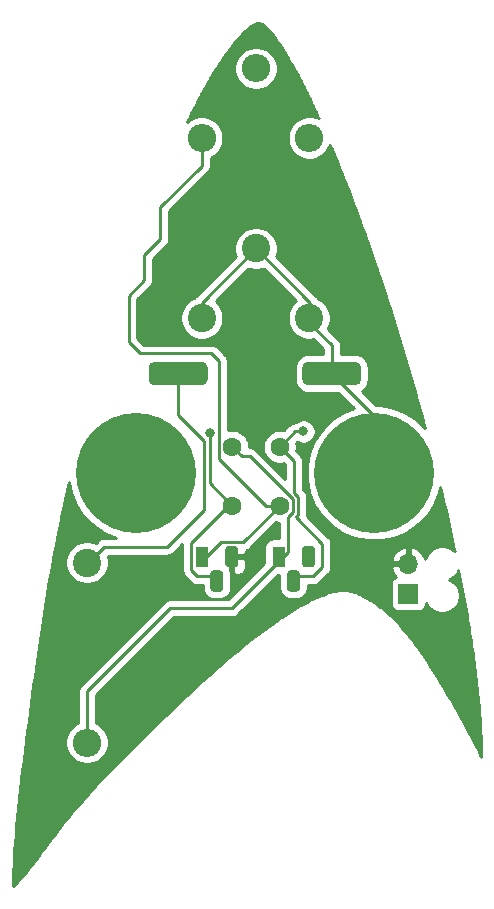
<source format=gbr>
%TF.GenerationSoftware,KiCad,Pcbnew,5.1.10*%
%TF.CreationDate,2021-10-21T14:21:38+02:00*%
%TF.ProjectId,ermerBeeperTHT,65726d65-7242-4656-9570-65725448542e,rev?*%
%TF.SameCoordinates,Original*%
%TF.FileFunction,Copper,L2,Bot*%
%TF.FilePolarity,Positive*%
%FSLAX46Y46*%
G04 Gerber Fmt 4.6, Leading zero omitted, Abs format (unit mm)*
G04 Created by KiCad (PCBNEW 5.1.10) date 2021-10-21 14:21:38*
%MOMM*%
%LPD*%
G01*
G04 APERTURE LIST*
%TA.AperFunction,ComponentPad*%
%ADD10O,2.400000X2.400000*%
%TD*%
%TA.AperFunction,ComponentPad*%
%ADD11C,2.400000*%
%TD*%
%TA.AperFunction,ComponentPad*%
%ADD12R,1.100000X1.800000*%
%TD*%
%TA.AperFunction,ComponentPad*%
%ADD13C,10.160000*%
%TD*%
%TA.AperFunction,ComponentPad*%
%ADD14C,1.600000*%
%TD*%
%TA.AperFunction,ComponentPad*%
%ADD15O,1.700000X1.700000*%
%TD*%
%TA.AperFunction,ComponentPad*%
%ADD16R,1.700000X1.700000*%
%TD*%
%TA.AperFunction,ViaPad*%
%ADD17C,0.800000*%
%TD*%
%TA.AperFunction,Conductor*%
%ADD18C,0.250000*%
%TD*%
%TA.AperFunction,Conductor*%
%ADD19C,0.254000*%
%TD*%
%TA.AperFunction,Conductor*%
%ADD20C,0.100000*%
%TD*%
G04 APERTURE END LIST*
D10*
%TO.P,R4,2*%
%TO.N,Net-(C1-Pad1)*%
X58300000Y-69440000D03*
D11*
%TO.P,R4,1*%
%TO.N,Net-(LS1-Pad2)*%
X58300000Y-54200000D03*
%TD*%
D10*
%TO.P,R3,2*%
%TO.N,Net-(C2-Pad1)*%
X72600000Y-12360000D03*
D11*
%TO.P,R3,1*%
%TO.N,Net-(J2-Pad1)*%
X72600000Y-27600000D03*
%TD*%
D10*
%TO.P,R2,2*%
%TO.N,Net-(C1-Pad2)*%
X77100000Y-18260000D03*
D11*
%TO.P,R2,1*%
%TO.N,Net-(J2-Pad1)*%
X77100000Y-33500000D03*
%TD*%
D10*
%TO.P,R1,2*%
%TO.N,Net-(C2-Pad2)*%
X68000000Y-18260000D03*
D11*
%TO.P,R1,1*%
%TO.N,Net-(J2-Pad1)*%
X68000000Y-33500000D03*
%TD*%
D12*
%TO.P,Q2,1*%
%TO.N,Net-(C1-Pad1)*%
X74500000Y-53700000D03*
%TO.P,Q2,3*%
%TO.N,GND*%
%TA.AperFunction,ComponentPad*%
G36*
G01*
X76490000Y-54325000D02*
X76490000Y-53075000D01*
G75*
G02*
X76765000Y-52800000I275000J0D01*
G01*
X77315000Y-52800000D01*
G75*
G02*
X77590000Y-53075000I0J-275000D01*
G01*
X77590000Y-54325000D01*
G75*
G02*
X77315000Y-54600000I-275000J0D01*
G01*
X76765000Y-54600000D01*
G75*
G02*
X76490000Y-54325000I0J275000D01*
G01*
G37*
%TD.AperFunction*%
%TO.P,Q2,2*%
%TO.N,Net-(C2-Pad1)*%
%TA.AperFunction,ComponentPad*%
G36*
G01*
X75220000Y-56395000D02*
X75220000Y-55145000D01*
G75*
G02*
X75495000Y-54870000I275000J0D01*
G01*
X76045000Y-54870000D01*
G75*
G02*
X76320000Y-55145000I0J-275000D01*
G01*
X76320000Y-56395000D01*
G75*
G02*
X76045000Y-56670000I-275000J0D01*
G01*
X75495000Y-56670000D01*
G75*
G02*
X75220000Y-56395000I0J275000D01*
G01*
G37*
%TD.AperFunction*%
%TD*%
%TO.P,Q1,1*%
%TO.N,Net-(C2-Pad2)*%
X68000000Y-53700000D03*
%TO.P,Q1,3*%
%TO.N,GND*%
%TA.AperFunction,ComponentPad*%
G36*
G01*
X69990000Y-54325000D02*
X69990000Y-53075000D01*
G75*
G02*
X70265000Y-52800000I275000J0D01*
G01*
X70815000Y-52800000D01*
G75*
G02*
X71090000Y-53075000I0J-275000D01*
G01*
X71090000Y-54325000D01*
G75*
G02*
X70815000Y-54600000I-275000J0D01*
G01*
X70265000Y-54600000D01*
G75*
G02*
X69990000Y-54325000I0J275000D01*
G01*
G37*
%TD.AperFunction*%
%TO.P,Q1,2*%
%TO.N,Net-(C1-Pad2)*%
%TA.AperFunction,ComponentPad*%
G36*
G01*
X68720000Y-56395000D02*
X68720000Y-55145000D01*
G75*
G02*
X68995000Y-54870000I275000J0D01*
G01*
X69545000Y-54870000D01*
G75*
G02*
X69820000Y-55145000I0J-275000D01*
G01*
X69820000Y-56395000D01*
G75*
G02*
X69545000Y-56670000I-275000J0D01*
G01*
X68995000Y-56670000D01*
G75*
G02*
X68720000Y-56395000I0J275000D01*
G01*
G37*
%TD.AperFunction*%
%TD*%
%TO.P,LS1,2*%
%TO.N,Net-(LS1-Pad2)*%
%TA.AperFunction,ComponentPad*%
G36*
G01*
X68500000Y-37700000D02*
X68500000Y-38700000D01*
G75*
G02*
X68000000Y-39200000I-500000J0D01*
G01*
X64000000Y-39200000D01*
G75*
G02*
X63500000Y-38700000I0J500000D01*
G01*
X63500000Y-37700000D01*
G75*
G02*
X64000000Y-37200000I500000J0D01*
G01*
X68000000Y-37200000D01*
G75*
G02*
X68500000Y-37700000I0J-500000D01*
G01*
G37*
%TD.AperFunction*%
%TO.P,LS1,1*%
%TO.N,Net-(J2-Pad1)*%
%TA.AperFunction,ComponentPad*%
G36*
G01*
X81500000Y-37700000D02*
X81500000Y-38700000D01*
G75*
G02*
X81000000Y-39200000I-500000J0D01*
G01*
X77000000Y-39200000D01*
G75*
G02*
X76500000Y-38700000I0J500000D01*
G01*
X76500000Y-37700000D01*
G75*
G02*
X77000000Y-37200000I500000J0D01*
G01*
X81000000Y-37200000D01*
G75*
G02*
X81500000Y-37700000I0J-500000D01*
G01*
G37*
%TD.AperFunction*%
%TD*%
D13*
%TO.P,J2,1*%
%TO.N,Net-(J2-Pad1)*%
X82600000Y-46600000D03*
%TD*%
%TO.P,J1,1*%
%TO.N,+3V0*%
X62400000Y-46600000D03*
%TD*%
D14*
%TO.P,C2,2*%
%TO.N,Net-(C2-Pad2)*%
X74600000Y-49400000D03*
%TO.P,C2,1*%
%TO.N,Net-(C2-Pad1)*%
X74600000Y-44400000D03*
%TD*%
%TO.P,C1,2*%
%TO.N,Net-(C1-Pad2)*%
X70600000Y-49400000D03*
%TO.P,C1,1*%
%TO.N,Net-(C1-Pad1)*%
X70600000Y-44400000D03*
%TD*%
D15*
%TO.P,BAT1,2*%
%TO.N,GND*%
X85500000Y-54310000D03*
D16*
%TO.P,BAT1,1*%
%TO.N,+3V0*%
X85500000Y-56850000D03*
%TD*%
D17*
%TO.N,Net-(C1-Pad2)*%
X68699999Y-43200000D03*
%TO.N,Net-(C2-Pad1)*%
X76600000Y-43100000D03*
%TD*%
D18*
%TO.N,GND*%
X70540000Y-54100000D02*
X70540000Y-53460000D01*
%TO.N,Net-(C1-Pad2)*%
X70264998Y-49400000D02*
X70600000Y-49400000D01*
X67124999Y-52539999D02*
X70264998Y-49400000D01*
X67124999Y-54860001D02*
X67124999Y-52539999D01*
X67634998Y-55370000D02*
X67124999Y-54860001D01*
X69270000Y-55370000D02*
X67634998Y-55370000D01*
X68699999Y-47499999D02*
X68699999Y-43200000D01*
X70600000Y-49400000D02*
X68699999Y-47499999D01*
%TO.N,Net-(C1-Pad1)*%
X70530001Y-58069999D02*
X74500000Y-54100000D01*
X71399999Y-45199999D02*
X70600000Y-44400000D01*
X75725001Y-48859999D02*
X72065001Y-45199999D01*
X75725001Y-49940001D02*
X75725001Y-48859999D01*
X75314296Y-50350706D02*
X75725001Y-49940001D01*
X75314296Y-53285704D02*
X75314296Y-50350706D01*
X72065001Y-45199999D02*
X71399999Y-45199999D01*
X74500000Y-54100000D02*
X75314296Y-53285704D01*
X70530001Y-58069999D02*
X65330001Y-58069999D01*
X58300000Y-65100000D02*
X58300000Y-69540000D01*
X65330001Y-58069999D02*
X58300000Y-65100000D01*
%TO.N,Net-(C2-Pad2)*%
X71525010Y-52474990D02*
X74600000Y-49400000D01*
X69625010Y-52474990D02*
X71525010Y-52474990D01*
X68000000Y-54100000D02*
X69625010Y-52474990D01*
X68000000Y-20600000D02*
X68000000Y-18760000D01*
X64500000Y-24100000D02*
X68000000Y-20600000D01*
X63100000Y-28200000D02*
X64500000Y-26800000D01*
X63100000Y-30300000D02*
X63100000Y-28200000D01*
X61800000Y-31600000D02*
X63100000Y-30300000D01*
X64500000Y-26800000D02*
X64500000Y-24100000D01*
X62800000Y-36500000D02*
X61800000Y-35500000D01*
X68800000Y-36500000D02*
X62800000Y-36500000D01*
X61800000Y-35500000D02*
X61800000Y-31600000D01*
X69474999Y-37174999D02*
X68800000Y-36500000D01*
X69474999Y-45406369D02*
X69474999Y-37174999D01*
X73468630Y-49400000D02*
X69474999Y-45406369D01*
X74600000Y-49400000D02*
X73468630Y-49400000D01*
%TO.N,Net-(C2-Pad1)*%
X74600000Y-44400000D02*
X75900000Y-43100000D01*
X75900000Y-43100000D02*
X76600000Y-43100000D01*
X75800000Y-45600000D02*
X74600000Y-44400000D01*
X78200000Y-54600000D02*
X78200000Y-52600000D01*
X76175012Y-48673599D02*
X75800000Y-48298588D01*
X75770000Y-55370000D02*
X77430000Y-55370000D01*
X75800000Y-48298588D02*
X75800000Y-45600000D01*
X76175012Y-50126401D02*
X76175012Y-48673599D01*
X78200000Y-52600000D02*
X75950707Y-50350706D01*
X77430000Y-55370000D02*
X78200000Y-54600000D01*
X75950707Y-50350706D02*
X76175012Y-50126401D01*
%TO.N,Net-(J2-Pad1)*%
X79000000Y-35800000D02*
X77200000Y-34000000D01*
X79000000Y-38200000D02*
X79000000Y-35800000D01*
X77200000Y-32200000D02*
X72600000Y-27600000D01*
X77200000Y-34000000D02*
X77200000Y-32200000D01*
X82600000Y-41800000D02*
X79000000Y-38200000D01*
X82600000Y-46600000D02*
X82600000Y-41800000D01*
X68000000Y-32200000D02*
X72600000Y-27600000D01*
X68000000Y-34000000D02*
X68000000Y-32200000D01*
%TO.N,Net-(LS1-Pad2)*%
X59750000Y-52850000D02*
X58300000Y-54300000D01*
X68200000Y-49750000D02*
X65100000Y-52850000D01*
X68200000Y-43873006D02*
X68200000Y-49750000D01*
X66000000Y-41673006D02*
X68200000Y-43873006D01*
X65100000Y-52850000D02*
X59750000Y-52850000D01*
X66000000Y-38200000D02*
X66000000Y-41673006D01*
%TD*%
D19*
%TO.N,GND*%
X72868425Y-8556689D02*
X72879797Y-8560139D01*
X72883672Y-8560521D01*
X72985857Y-8590349D01*
X73087976Y-8637011D01*
X73213185Y-8713834D01*
X73325221Y-8799001D01*
X73454590Y-8914906D01*
X73531405Y-8992168D01*
X73697982Y-9172822D01*
X73860411Y-9361227D01*
X74018761Y-9556565D01*
X74173385Y-9758289D01*
X74324593Y-9965765D01*
X74472675Y-10178282D01*
X74618085Y-10395326D01*
X74761130Y-10616134D01*
X74902243Y-10840095D01*
X75042076Y-11066921D01*
X75133531Y-11217314D01*
X75279783Y-11461443D01*
X75423872Y-11706390D01*
X75566090Y-11952517D01*
X75706568Y-12199923D01*
X75845454Y-12448756D01*
X75982506Y-12698455D01*
X76118063Y-12949515D01*
X76252018Y-13201606D01*
X76384523Y-13454892D01*
X76515480Y-13709053D01*
X76645067Y-13964306D01*
X76773254Y-14220451D01*
X76900039Y-14477354D01*
X77025615Y-14735263D01*
X77149949Y-14993979D01*
X77273085Y-15253452D01*
X77395193Y-15513900D01*
X77516029Y-15774662D01*
X77635901Y-16036254D01*
X77754816Y-16298545D01*
X77872688Y-16561202D01*
X77890482Y-16601238D01*
X77635250Y-16495518D01*
X77280732Y-16425000D01*
X76919268Y-16425000D01*
X76564750Y-16495518D01*
X76230801Y-16633844D01*
X75930256Y-16834662D01*
X75674662Y-17090256D01*
X75473844Y-17390801D01*
X75335518Y-17724750D01*
X75265000Y-18079268D01*
X75265000Y-18440732D01*
X75335518Y-18795250D01*
X75473844Y-19129199D01*
X75674662Y-19429744D01*
X75930256Y-19685338D01*
X76230801Y-19886156D01*
X76564750Y-20024482D01*
X76919268Y-20095000D01*
X77280732Y-20095000D01*
X77635250Y-20024482D01*
X77969199Y-19886156D01*
X78269744Y-19685338D01*
X78525338Y-19429744D01*
X78726156Y-19129199D01*
X78850537Y-18828915D01*
X78899395Y-18945444D01*
X79010394Y-19211445D01*
X79120812Y-19477169D01*
X79270295Y-19839168D01*
X79418273Y-20200535D01*
X79565382Y-20562779D01*
X79711504Y-20925572D01*
X79856648Y-21288901D01*
X80000684Y-21652387D01*
X80143740Y-22016315D01*
X80285933Y-22380938D01*
X80427055Y-22745685D01*
X80567205Y-23110763D01*
X80706566Y-23476607D01*
X80844962Y-23842714D01*
X80982453Y-24209196D01*
X81119017Y-24575955D01*
X81254789Y-24943299D01*
X81389567Y-25310646D01*
X81523522Y-25678411D01*
X81656631Y-26046482D01*
X81788947Y-26414969D01*
X81920507Y-26783924D01*
X82051344Y-27153395D01*
X82181089Y-27522291D01*
X82310333Y-27892247D01*
X82438695Y-28262126D01*
X82566502Y-28632825D01*
X82693401Y-29003271D01*
X82819719Y-29374371D01*
X82944982Y-29744683D01*
X83069964Y-30116444D01*
X83194134Y-30488030D01*
X83317500Y-30859412D01*
X83440320Y-31231316D01*
X83577664Y-31649669D01*
X83714011Y-32067824D01*
X83849566Y-32486408D01*
X83984167Y-32904925D01*
X84117999Y-33323951D01*
X84251155Y-33743779D01*
X84383140Y-34162854D01*
X84514508Y-34582931D01*
X84644885Y-35002818D01*
X84774507Y-35423278D01*
X84903279Y-35843999D01*
X85031225Y-36265072D01*
X85158245Y-36686166D01*
X85284411Y-37107519D01*
X85409707Y-37529077D01*
X85534145Y-37950879D01*
X85657870Y-38373433D01*
X85780586Y-38795723D01*
X85902497Y-39218449D01*
X86023582Y-39641548D01*
X86143674Y-40064428D01*
X86262936Y-40487673D01*
X86381479Y-40911680D01*
X86498882Y-41334937D01*
X86615688Y-41759412D01*
X86731580Y-42183952D01*
X86846610Y-42608761D01*
X86903755Y-42821525D01*
X86243100Y-42160870D01*
X85307067Y-41535433D01*
X84267004Y-41104625D01*
X83162878Y-40885000D01*
X82759802Y-40885000D01*
X81559809Y-39685008D01*
X81632279Y-39646272D01*
X81804738Y-39504738D01*
X81946272Y-39332279D01*
X82051441Y-39135521D01*
X82116204Y-38922027D01*
X82138072Y-38700000D01*
X82138072Y-37700000D01*
X82116204Y-37477973D01*
X82051441Y-37264479D01*
X81946272Y-37067721D01*
X81804738Y-36895262D01*
X81632279Y-36753728D01*
X81435521Y-36648559D01*
X81222027Y-36583796D01*
X81000000Y-36561928D01*
X79760000Y-36561928D01*
X79760000Y-35837322D01*
X79763676Y-35799999D01*
X79760000Y-35762676D01*
X79760000Y-35762667D01*
X79749003Y-35651014D01*
X79705546Y-35507753D01*
X79634974Y-35375724D01*
X79614696Y-35351015D01*
X79563799Y-35288996D01*
X79563795Y-35288992D01*
X79540001Y-35259999D01*
X79511008Y-35236205D01*
X78693249Y-34418447D01*
X78726156Y-34369199D01*
X78864482Y-34035250D01*
X78935000Y-33680732D01*
X78935000Y-33319268D01*
X78864482Y-32964750D01*
X78726156Y-32630801D01*
X78525338Y-32330256D01*
X78269744Y-32074662D01*
X77969199Y-31873844D01*
X77864166Y-31830338D01*
X77834974Y-31775724D01*
X77798779Y-31731620D01*
X77763799Y-31688996D01*
X77763795Y-31688992D01*
X77740001Y-31659999D01*
X77711008Y-31636205D01*
X74319250Y-28244449D01*
X74364482Y-28135250D01*
X74435000Y-27780732D01*
X74435000Y-27419268D01*
X74364482Y-27064750D01*
X74226156Y-26730801D01*
X74025338Y-26430256D01*
X73769744Y-26174662D01*
X73469199Y-25973844D01*
X73135250Y-25835518D01*
X72780732Y-25765000D01*
X72419268Y-25765000D01*
X72064750Y-25835518D01*
X71730801Y-25973844D01*
X71430256Y-26174662D01*
X71174662Y-26430256D01*
X70973844Y-26730801D01*
X70835518Y-27064750D01*
X70765000Y-27419268D01*
X70765000Y-27780732D01*
X70835518Y-28135250D01*
X70880749Y-28244448D01*
X67488998Y-31636201D01*
X67460000Y-31659999D01*
X67436203Y-31688996D01*
X67436201Y-31688998D01*
X67365026Y-31775724D01*
X67364270Y-31777138D01*
X67130801Y-31873844D01*
X66830256Y-32074662D01*
X66574662Y-32330256D01*
X66373844Y-32630801D01*
X66235518Y-32964750D01*
X66165000Y-33319268D01*
X66165000Y-33680732D01*
X66235518Y-34035250D01*
X66373844Y-34369199D01*
X66574662Y-34669744D01*
X66830256Y-34925338D01*
X67130801Y-35126156D01*
X67464750Y-35264482D01*
X67819268Y-35335000D01*
X68180732Y-35335000D01*
X68535250Y-35264482D01*
X68869199Y-35126156D01*
X69169744Y-34925338D01*
X69425338Y-34669744D01*
X69626156Y-34369199D01*
X69764482Y-34035250D01*
X69835000Y-33680732D01*
X69835000Y-33319268D01*
X69764482Y-32964750D01*
X69626156Y-32630801D01*
X69425338Y-32330256D01*
X69184942Y-32089860D01*
X71955552Y-29319251D01*
X72064750Y-29364482D01*
X72419268Y-29435000D01*
X72780732Y-29435000D01*
X73135250Y-29364482D01*
X73244449Y-29319250D01*
X75971980Y-32046783D01*
X75930256Y-32074662D01*
X75674662Y-32330256D01*
X75473844Y-32630801D01*
X75335518Y-32964750D01*
X75265000Y-33319268D01*
X75265000Y-33680732D01*
X75335518Y-34035250D01*
X75473844Y-34369199D01*
X75674662Y-34669744D01*
X75930256Y-34925338D01*
X76230801Y-35126156D01*
X76564750Y-35264482D01*
X76919268Y-35335000D01*
X77280732Y-35335000D01*
X77430423Y-35305225D01*
X78240001Y-36114804D01*
X78240001Y-36561928D01*
X77000000Y-36561928D01*
X76777973Y-36583796D01*
X76564479Y-36648559D01*
X76367721Y-36753728D01*
X76195262Y-36895262D01*
X76053728Y-37067721D01*
X75948559Y-37264479D01*
X75883796Y-37477973D01*
X75861928Y-37700000D01*
X75861928Y-38700000D01*
X75883796Y-38922027D01*
X75948559Y-39135521D01*
X76053728Y-39332279D01*
X76195262Y-39504738D01*
X76367721Y-39646272D01*
X76564479Y-39751441D01*
X76777973Y-39816204D01*
X77000000Y-39838072D01*
X79563271Y-39838072D01*
X80860042Y-41134844D01*
X79892933Y-41535433D01*
X78956900Y-42160870D01*
X78160870Y-42956900D01*
X77535433Y-43892933D01*
X77104625Y-44932996D01*
X76885000Y-46037122D01*
X76885000Y-47162878D01*
X77104625Y-48267004D01*
X77535433Y-49307067D01*
X78160870Y-50243100D01*
X78956900Y-51039130D01*
X79892933Y-51664567D01*
X80932996Y-52095375D01*
X82037122Y-52315000D01*
X83162878Y-52315000D01*
X84267004Y-52095375D01*
X85307067Y-51664567D01*
X86243100Y-51039130D01*
X87039130Y-50243100D01*
X87664567Y-49307067D01*
X88095375Y-48267004D01*
X88182911Y-47826931D01*
X88247918Y-48095820D01*
X88348786Y-48517255D01*
X88448549Y-48938390D01*
X88547389Y-49360077D01*
X88645192Y-49781896D01*
X88741981Y-50204023D01*
X88837659Y-50626104D01*
X88932369Y-51048860D01*
X89025854Y-51471207D01*
X89118239Y-51893781D01*
X89209637Y-52317192D01*
X89299791Y-52740323D01*
X89388816Y-53163799D01*
X89408412Y-53258305D01*
X89296632Y-53146525D01*
X89053411Y-52984010D01*
X88783158Y-52872068D01*
X88496260Y-52815000D01*
X88203740Y-52815000D01*
X87916842Y-52872068D01*
X87646589Y-52984010D01*
X87403368Y-53146525D01*
X87196525Y-53353368D01*
X87034010Y-53596589D01*
X86922068Y-53866842D01*
X86919391Y-53880299D01*
X86896825Y-53805901D01*
X86771641Y-53543080D01*
X86597588Y-53309731D01*
X86381355Y-53114822D01*
X86131252Y-52965843D01*
X85856891Y-52868519D01*
X85627000Y-52989186D01*
X85627000Y-54183000D01*
X85647000Y-54183000D01*
X85647000Y-54437000D01*
X85627000Y-54437000D01*
X85627000Y-54457000D01*
X85373000Y-54457000D01*
X85373000Y-54437000D01*
X84179845Y-54437000D01*
X84058524Y-54666890D01*
X84103175Y-54814099D01*
X84228359Y-55076920D01*
X84402412Y-55310269D01*
X84486466Y-55386034D01*
X84405820Y-55410498D01*
X84295506Y-55469463D01*
X84198815Y-55548815D01*
X84119463Y-55645506D01*
X84060498Y-55755820D01*
X84024188Y-55875518D01*
X84011928Y-56000000D01*
X84011928Y-57700000D01*
X84024188Y-57824482D01*
X84060498Y-57944180D01*
X84119463Y-58054494D01*
X84198815Y-58151185D01*
X84295506Y-58230537D01*
X84405820Y-58289502D01*
X84525518Y-58325812D01*
X84650000Y-58338072D01*
X86350000Y-58338072D01*
X86474482Y-58325812D01*
X86594180Y-58289502D01*
X86704494Y-58230537D01*
X86801185Y-58151185D01*
X86880537Y-58054494D01*
X86939502Y-57944180D01*
X86975812Y-57824482D01*
X86988072Y-57700000D01*
X86988072Y-57592506D01*
X87034010Y-57703411D01*
X87196525Y-57946632D01*
X87403368Y-58153475D01*
X87646589Y-58315990D01*
X87916842Y-58427932D01*
X88203740Y-58485000D01*
X88496260Y-58485000D01*
X88783158Y-58427932D01*
X89053411Y-58315990D01*
X89296632Y-58153475D01*
X89503475Y-57946632D01*
X89665990Y-57703411D01*
X89777932Y-57433158D01*
X89835000Y-57146260D01*
X89835000Y-56853740D01*
X89777932Y-56566842D01*
X89665990Y-56296589D01*
X89503475Y-56053368D01*
X89296632Y-55846525D01*
X89053411Y-55684010D01*
X88971303Y-55650000D01*
X89053411Y-55615990D01*
X89296632Y-55453475D01*
X89503475Y-55246632D01*
X89665990Y-55003411D01*
X89730568Y-54847506D01*
X89733027Y-54859897D01*
X89816044Y-55284590D01*
X89897783Y-55709404D01*
X89978207Y-56134225D01*
X90057355Y-56559354D01*
X90135175Y-56984596D01*
X90211745Y-57410486D01*
X90286951Y-57836490D01*
X90360731Y-58262345D01*
X90423190Y-58629484D01*
X90484814Y-58997379D01*
X90545374Y-59364978D01*
X90604953Y-59733085D01*
X90663449Y-60101393D01*
X90720776Y-60469683D01*
X90776930Y-60838266D01*
X90831758Y-61206438D01*
X90885364Y-61575256D01*
X90937641Y-61944356D01*
X90988469Y-62313232D01*
X91037873Y-62682437D01*
X91085761Y-63051669D01*
X91132067Y-63420818D01*
X91176810Y-63790420D01*
X91219852Y-64159763D01*
X91261205Y-64529402D01*
X91300787Y-64899041D01*
X91338570Y-65268902D01*
X91374445Y-65638422D01*
X91408453Y-66008530D01*
X91440460Y-66378354D01*
X91470441Y-66748136D01*
X91498362Y-67118121D01*
X91524153Y-67488032D01*
X91547779Y-67858127D01*
X91569170Y-68228117D01*
X91588276Y-68597935D01*
X91605071Y-68968115D01*
X91619472Y-69337956D01*
X91631447Y-69707919D01*
X91641007Y-70080409D01*
X91641021Y-70080519D01*
X91641060Y-70082365D01*
X91646726Y-70282373D01*
X91646746Y-70282533D01*
X91646961Y-70289460D01*
X91655013Y-70501427D01*
X91655037Y-70501601D01*
X91655187Y-70505687D01*
X91663233Y-70689395D01*
X91591540Y-70527823D01*
X91476229Y-70266965D01*
X91476168Y-70266856D01*
X91475252Y-70264764D01*
X91369471Y-70027569D01*
X91369392Y-70027430D01*
X91366490Y-70020973D01*
X91272088Y-69814777D01*
X91269158Y-69809743D01*
X91267176Y-69804268D01*
X91262693Y-69795037D01*
X91146465Y-69559906D01*
X91142293Y-69553204D01*
X91139342Y-69545875D01*
X91134535Y-69536808D01*
X90965559Y-69223384D01*
X90965498Y-69223269D01*
X90796448Y-68909577D01*
X90796440Y-68909565D01*
X90796337Y-68909371D01*
X90627184Y-68595725D01*
X90627165Y-68595696D01*
X90626901Y-68595200D01*
X90457491Y-68281688D01*
X90457454Y-68281633D01*
X90457035Y-68280847D01*
X90287217Y-67967556D01*
X90287173Y-67967491D01*
X90286588Y-67966398D01*
X90116209Y-67653412D01*
X90116155Y-67653332D01*
X90115404Y-67651937D01*
X89944310Y-67339345D01*
X89944251Y-67339258D01*
X89943329Y-67337557D01*
X89771371Y-67025444D01*
X89771298Y-67025337D01*
X89770207Y-67023340D01*
X89597230Y-66711793D01*
X89597151Y-66711678D01*
X89595885Y-66709381D01*
X89421738Y-66398486D01*
X89421650Y-66398359D01*
X89420203Y-66395760D01*
X89244732Y-66085604D01*
X89244640Y-66085473D01*
X89243008Y-66082573D01*
X89066061Y-65773242D01*
X89065963Y-65773104D01*
X89064142Y-65769907D01*
X88885567Y-65461488D01*
X88885466Y-65461348D01*
X88883448Y-65457852D01*
X88703093Y-65150430D01*
X88702988Y-65150286D01*
X88700769Y-65146496D01*
X88518481Y-64840159D01*
X88518370Y-64840008D01*
X88515946Y-64835932D01*
X88331573Y-64530766D01*
X88331493Y-64530658D01*
X88330291Y-64528653D01*
X88174489Y-64272725D01*
X88174458Y-64272684D01*
X88174028Y-64271968D01*
X88015143Y-64011683D01*
X88015086Y-64011607D01*
X88014234Y-64010197D01*
X87852177Y-63746127D01*
X87852101Y-63746026D01*
X87850836Y-63743949D01*
X87685524Y-63476664D01*
X87685429Y-63476539D01*
X87683753Y-63473815D01*
X87515099Y-63203888D01*
X87514991Y-63203748D01*
X87512899Y-63200389D01*
X87340817Y-62928392D01*
X87340704Y-62928247D01*
X87338184Y-62924260D01*
X87162589Y-62650762D01*
X87162471Y-62650613D01*
X87159508Y-62646005D01*
X86980314Y-62371579D01*
X86980204Y-62371442D01*
X86976770Y-62366203D01*
X86793890Y-62091421D01*
X86793787Y-62091295D01*
X86789865Y-62085437D01*
X86603214Y-61810869D01*
X86603129Y-61810767D01*
X86598678Y-61804275D01*
X86408171Y-61530493D01*
X86408105Y-61530415D01*
X86403096Y-61523292D01*
X86208646Y-61250868D01*
X86208612Y-61250829D01*
X86202993Y-61243058D01*
X86004513Y-60972563D01*
X86004436Y-60972477D01*
X86004376Y-60972376D01*
X85998245Y-60964147D01*
X85795651Y-60696153D01*
X85795270Y-60695740D01*
X85794977Y-60695263D01*
X85788719Y-60687129D01*
X85581925Y-60422207D01*
X85581217Y-60421463D01*
X85580669Y-60420604D01*
X85574276Y-60412576D01*
X85363197Y-60151297D01*
X85362140Y-60150222D01*
X85361310Y-60148972D01*
X85354773Y-60141061D01*
X85139322Y-59883996D01*
X85137886Y-59882588D01*
X85136745Y-59880939D01*
X85130056Y-59873156D01*
X84910145Y-59620879D01*
X84908303Y-59619142D01*
X84906823Y-59617095D01*
X84899973Y-59609453D01*
X84675519Y-59362533D01*
X84673236Y-59360468D01*
X84671379Y-59358017D01*
X84664361Y-59350530D01*
X84435278Y-59109539D01*
X84432519Y-59107153D01*
X84430245Y-59104296D01*
X84423050Y-59096978D01*
X84189251Y-58862488D01*
X84185972Y-58859786D01*
X84183246Y-58856535D01*
X84175868Y-58849403D01*
X83937268Y-58621985D01*
X83933431Y-58618985D01*
X83930206Y-58615343D01*
X83922637Y-58608414D01*
X83679149Y-58388639D01*
X83674715Y-58385361D01*
X83670942Y-58381342D01*
X83663175Y-58374635D01*
X83414716Y-58163076D01*
X83409637Y-58159544D01*
X83405274Y-58155173D01*
X83397305Y-58148707D01*
X83143787Y-57945934D01*
X83138027Y-57942185D01*
X83133020Y-57937486D01*
X83124845Y-57931283D01*
X82866180Y-57737868D01*
X82859701Y-57733946D01*
X82854003Y-57728956D01*
X82845619Y-57723039D01*
X82581724Y-57539554D01*
X82574491Y-57535510D01*
X82568060Y-57530279D01*
X82559465Y-57524671D01*
X82290255Y-57351686D01*
X82282234Y-57347577D01*
X82275033Y-57342166D01*
X82266230Y-57336892D01*
X81991617Y-57174978D01*
X81982790Y-57170876D01*
X81974789Y-57165354D01*
X81965780Y-57160439D01*
X81685679Y-57010171D01*
X81676048Y-57006159D01*
X81667228Y-57000607D01*
X81658020Y-56996077D01*
X81372346Y-56858023D01*
X81361920Y-56854189D01*
X81352267Y-56848690D01*
X81342868Y-56844571D01*
X81051534Y-56719305D01*
X81001714Y-56703437D01*
X80952825Y-56684952D01*
X80942899Y-56682345D01*
X80525071Y-56575747D01*
X80519186Y-56574845D01*
X80513565Y-56572911D01*
X80448373Y-56563994D01*
X80383279Y-56554019D01*
X80377335Y-56554277D01*
X80371441Y-56553471D01*
X80361184Y-56553151D01*
X79883040Y-56541562D01*
X79825980Y-56545764D01*
X79768804Y-56547699D01*
X79758640Y-56549116D01*
X79224222Y-56627446D01*
X79184337Y-56637345D01*
X79143770Y-56643874D01*
X79133864Y-56646554D01*
X78547215Y-56809718D01*
X78519676Y-56820368D01*
X78491112Y-56827776D01*
X78481502Y-56831376D01*
X77846662Y-57074284D01*
X77827520Y-57083844D01*
X77807260Y-57090688D01*
X77797934Y-57094970D01*
X77118948Y-57412537D01*
X77105495Y-57420514D01*
X77090990Y-57426344D01*
X77081920Y-57431145D01*
X76362827Y-57818283D01*
X76353290Y-57824691D01*
X76342838Y-57829450D01*
X76333994Y-57834655D01*
X75578837Y-58286277D01*
X75572060Y-58291288D01*
X75564523Y-58295061D01*
X75555877Y-58300589D01*
X74768699Y-58811608D01*
X74763911Y-58815429D01*
X74758518Y-58818338D01*
X74750045Y-58824127D01*
X73934887Y-59389454D01*
X73931560Y-59392279D01*
X73927782Y-59394445D01*
X73919461Y-59400450D01*
X73080365Y-60014999D01*
X73078143Y-60016987D01*
X73075593Y-60018524D01*
X73067405Y-60024712D01*
X72208413Y-60683396D01*
X72207034Y-60684686D01*
X72205439Y-60685689D01*
X72197371Y-60692031D01*
X71322526Y-61389763D01*
X71321803Y-61390466D01*
X71320961Y-61391015D01*
X71313001Y-61397491D01*
X70426344Y-62129182D01*
X70426136Y-62129391D01*
X70425894Y-62129554D01*
X70418030Y-62136147D01*
X69523603Y-62896712D01*
X69523572Y-62896744D01*
X69516269Y-62903032D01*
X68618115Y-63687382D01*
X68618046Y-63687455D01*
X68611582Y-63693155D01*
X67713741Y-64496204D01*
X67713648Y-64496305D01*
X67707863Y-64501518D01*
X66814380Y-65318177D01*
X66814272Y-65318297D01*
X66809044Y-65323103D01*
X65923958Y-66148285D01*
X65923844Y-66148414D01*
X65919066Y-66152888D01*
X65046421Y-66981507D01*
X65046304Y-66981642D01*
X65041893Y-66985843D01*
X64185730Y-67812811D01*
X64185609Y-67812953D01*
X64181497Y-67816933D01*
X63345859Y-68637163D01*
X63345741Y-68637303D01*
X63341857Y-68641121D01*
X62530785Y-69449526D01*
X62530667Y-69449669D01*
X62526957Y-69453370D01*
X61744492Y-70244862D01*
X61744375Y-70245006D01*
X61740777Y-70248647D01*
X60990963Y-71018139D01*
X60990843Y-71018289D01*
X60987302Y-71021924D01*
X60274181Y-71764328D01*
X60274069Y-71764470D01*
X60270504Y-71768183D01*
X59598118Y-72478413D01*
X59598001Y-72478563D01*
X59594345Y-72482429D01*
X58966734Y-73155396D01*
X58966622Y-73155543D01*
X58962757Y-73159695D01*
X58383966Y-73790314D01*
X58383860Y-73790455D01*
X58379641Y-73795068D01*
X57853709Y-74378250D01*
X57853618Y-74378373D01*
X57848814Y-74383732D01*
X57379786Y-74914391D01*
X57379732Y-74914466D01*
X57373973Y-74921047D01*
X56965889Y-75394096D01*
X56965874Y-75394117D01*
X56959440Y-75401674D01*
X56772845Y-75623989D01*
X56772780Y-75624083D01*
X56767393Y-75630562D01*
X56576619Y-75863295D01*
X56576526Y-75863434D01*
X56572110Y-75868852D01*
X56377589Y-76110924D01*
X56377488Y-76111078D01*
X56373873Y-76115587D01*
X56176034Y-76365921D01*
X56175935Y-76366075D01*
X56172987Y-76369803D01*
X55972264Y-76627322D01*
X55972170Y-76627470D01*
X55969805Y-76630495D01*
X55766628Y-76894119D01*
X55766547Y-76894248D01*
X55764685Y-76896651D01*
X55559486Y-77165305D01*
X55559421Y-77165410D01*
X55558010Y-77167243D01*
X55351221Y-77439846D01*
X55351168Y-77439932D01*
X55350177Y-77441226D01*
X55142229Y-77716700D01*
X55142193Y-77716758D01*
X55141591Y-77717547D01*
X54932915Y-77994817D01*
X54932898Y-77994844D01*
X54932669Y-77995145D01*
X54723841Y-78272940D01*
X54723836Y-78272946D01*
X54514998Y-78550571D01*
X54307673Y-78825506D01*
X54101484Y-79097744D01*
X53897290Y-79365656D01*
X53695402Y-79628333D01*
X53496264Y-79884702D01*
X53300539Y-80133407D01*
X53108567Y-80373525D01*
X52921070Y-80603658D01*
X52738542Y-80822716D01*
X52561708Y-81029360D01*
X52391192Y-81222412D01*
X52227905Y-81400429D01*
X52072900Y-81561925D01*
X52060646Y-81574009D01*
X52047705Y-81245142D01*
X52044263Y-80806598D01*
X52052157Y-80314909D01*
X52070946Y-79774953D01*
X52100076Y-79190995D01*
X52138930Y-78567048D01*
X52186868Y-77906886D01*
X52243240Y-77214110D01*
X52307351Y-76492724D01*
X52378580Y-75745748D01*
X52456231Y-74976991D01*
X52539642Y-74189837D01*
X52628130Y-73387891D01*
X52721039Y-72574455D01*
X52817670Y-71753215D01*
X52917438Y-70926884D01*
X53019512Y-70100213D01*
X53123413Y-69275060D01*
X53228335Y-68455933D01*
X53333674Y-67645721D01*
X53438669Y-66848524D01*
X53542859Y-66066168D01*
X53645337Y-65303857D01*
X53745454Y-64564811D01*
X53842780Y-63850673D01*
X53936410Y-63166580D01*
X53936410Y-63166577D01*
X54025639Y-62516177D01*
X54105875Y-61938521D01*
X54187695Y-61362151D01*
X54271318Y-60785523D01*
X54356598Y-60209663D01*
X54443637Y-59633888D01*
X54532467Y-59058016D01*
X54622947Y-58482963D01*
X54715180Y-57908076D01*
X54809229Y-57333007D01*
X54904965Y-56758551D01*
X55002441Y-56184395D01*
X55101649Y-55610601D01*
X55202579Y-55037235D01*
X55305314Y-54463848D01*
X55409826Y-53890612D01*
X55515938Y-53318509D01*
X55623908Y-52746147D01*
X55733673Y-52173891D01*
X55845093Y-51602480D01*
X55958339Y-51031053D01*
X56073287Y-50460236D01*
X56189991Y-49889785D01*
X56308488Y-49319524D01*
X56428758Y-48749574D01*
X56550797Y-48179954D01*
X56674449Y-47611404D01*
X56726928Y-47373662D01*
X56904625Y-48267004D01*
X57335433Y-49307067D01*
X57960870Y-50243100D01*
X58756900Y-51039130D01*
X59692933Y-51664567D01*
X60720020Y-52090000D01*
X59787325Y-52090000D01*
X59750000Y-52086324D01*
X59712675Y-52090000D01*
X59712667Y-52090000D01*
X59601014Y-52100997D01*
X59457753Y-52144454D01*
X59325724Y-52215026D01*
X59209999Y-52309999D01*
X59186201Y-52338997D01*
X59015159Y-52510039D01*
X58835250Y-52435518D01*
X58480732Y-52365000D01*
X58119268Y-52365000D01*
X57764750Y-52435518D01*
X57430801Y-52573844D01*
X57130256Y-52774662D01*
X56874662Y-53030256D01*
X56673844Y-53330801D01*
X56535518Y-53664750D01*
X56465000Y-54019268D01*
X56465000Y-54380732D01*
X56535518Y-54735250D01*
X56673844Y-55069199D01*
X56874662Y-55369744D01*
X57130256Y-55625338D01*
X57430801Y-55826156D01*
X57764750Y-55964482D01*
X58119268Y-56035000D01*
X58480732Y-56035000D01*
X58835250Y-55964482D01*
X59169199Y-55826156D01*
X59469744Y-55625338D01*
X59725338Y-55369744D01*
X59926156Y-55069199D01*
X60064482Y-54735250D01*
X60135000Y-54380732D01*
X60135000Y-54019268D01*
X60064482Y-53664750D01*
X60048540Y-53626262D01*
X60064802Y-53610000D01*
X65062678Y-53610000D01*
X65100000Y-53613676D01*
X65137322Y-53610000D01*
X65137333Y-53610000D01*
X65248986Y-53599003D01*
X65392247Y-53555546D01*
X65524276Y-53484974D01*
X65640001Y-53390001D01*
X65663804Y-53360997D01*
X66365000Y-52659801D01*
X66364999Y-54822678D01*
X66361323Y-54860001D01*
X66364999Y-54897323D01*
X66364999Y-54897333D01*
X66375996Y-55008986D01*
X66413588Y-55132911D01*
X66419453Y-55152247D01*
X66490025Y-55284277D01*
X66524532Y-55326323D01*
X66584998Y-55400002D01*
X66614002Y-55423805D01*
X67071194Y-55880997D01*
X67094997Y-55910001D01*
X67192521Y-55990037D01*
X67210722Y-56004974D01*
X67342751Y-56075546D01*
X67486012Y-56119003D01*
X67634998Y-56133677D01*
X67672331Y-56130000D01*
X68081928Y-56130000D01*
X68081928Y-56395000D01*
X68099472Y-56573132D01*
X68151431Y-56744418D01*
X68235808Y-56902276D01*
X68349361Y-57040639D01*
X68487724Y-57154192D01*
X68645582Y-57238569D01*
X68816868Y-57290528D01*
X68995000Y-57308072D01*
X69545000Y-57308072D01*
X69723132Y-57290528D01*
X69894418Y-57238569D01*
X70052276Y-57154192D01*
X70190639Y-57040639D01*
X70304192Y-56902276D01*
X70388569Y-56744418D01*
X70440528Y-56573132D01*
X70458072Y-56395000D01*
X70458072Y-55145000D01*
X70440528Y-54966868D01*
X70413000Y-54876120D01*
X70413000Y-53827000D01*
X70667000Y-53827000D01*
X70667000Y-55076250D01*
X70825750Y-55235000D01*
X71090000Y-55238072D01*
X71214482Y-55225812D01*
X71334180Y-55189502D01*
X71444494Y-55130537D01*
X71541185Y-55051185D01*
X71620537Y-54954494D01*
X71679502Y-54844180D01*
X71715812Y-54724482D01*
X71728072Y-54600000D01*
X71725000Y-53985750D01*
X71566250Y-53827000D01*
X70667000Y-53827000D01*
X70413000Y-53827000D01*
X70393000Y-53827000D01*
X70393000Y-53573000D01*
X70413000Y-53573000D01*
X70413000Y-53553000D01*
X70667000Y-53553000D01*
X70667000Y-53573000D01*
X71566250Y-53573000D01*
X71725000Y-53414250D01*
X71726030Y-53208209D01*
X71817257Y-53180536D01*
X71949286Y-53109964D01*
X72065011Y-53014991D01*
X72088814Y-52985987D01*
X74276114Y-50798688D01*
X74458665Y-50835000D01*
X74554297Y-50835000D01*
X74554296Y-52161928D01*
X73950000Y-52161928D01*
X73825518Y-52174188D01*
X73705820Y-52210498D01*
X73595506Y-52269463D01*
X73498815Y-52348815D01*
X73419463Y-52445506D01*
X73360498Y-52555820D01*
X73324188Y-52675518D01*
X73311928Y-52800000D01*
X73311928Y-54213269D01*
X70215200Y-57309999D01*
X65367326Y-57309999D01*
X65330001Y-57306323D01*
X65292676Y-57309999D01*
X65292668Y-57309999D01*
X65181015Y-57320996D01*
X65037754Y-57364453D01*
X64905725Y-57435025D01*
X64790000Y-57529998D01*
X64766202Y-57558996D01*
X57789003Y-64536196D01*
X57759999Y-64559999D01*
X57713252Y-64616961D01*
X57665026Y-64675724D01*
X57594921Y-64806881D01*
X57594454Y-64807754D01*
X57550997Y-64951015D01*
X57540000Y-65062668D01*
X57540000Y-65062678D01*
X57536324Y-65100000D01*
X57540000Y-65137323D01*
X57540001Y-67768612D01*
X57430801Y-67813844D01*
X57130256Y-68014662D01*
X56874662Y-68270256D01*
X56673844Y-68570801D01*
X56535518Y-68904750D01*
X56465000Y-69259268D01*
X56465000Y-69620732D01*
X56535518Y-69975250D01*
X56673844Y-70309199D01*
X56874662Y-70609744D01*
X57130256Y-70865338D01*
X57430801Y-71066156D01*
X57764750Y-71204482D01*
X58119268Y-71275000D01*
X58480732Y-71275000D01*
X58835250Y-71204482D01*
X59169199Y-71066156D01*
X59469744Y-70865338D01*
X59725338Y-70609744D01*
X59926156Y-70309199D01*
X60064482Y-69975250D01*
X60135000Y-69620732D01*
X60135000Y-69259268D01*
X60064482Y-68904750D01*
X59926156Y-68570801D01*
X59725338Y-68270256D01*
X59469744Y-68014662D01*
X59169199Y-67813844D01*
X59060000Y-67768612D01*
X59060000Y-65414801D01*
X65644803Y-58829999D01*
X70492679Y-58829999D01*
X70530001Y-58833675D01*
X70567323Y-58829999D01*
X70567334Y-58829999D01*
X70678987Y-58819002D01*
X70822248Y-58775545D01*
X70954277Y-58704973D01*
X71070002Y-58610000D01*
X71093805Y-58580996D01*
X74436731Y-55238072D01*
X74581928Y-55238072D01*
X74581928Y-56395000D01*
X74599472Y-56573132D01*
X74651431Y-56744418D01*
X74735808Y-56902276D01*
X74849361Y-57040639D01*
X74987724Y-57154192D01*
X75145582Y-57238569D01*
X75316868Y-57290528D01*
X75495000Y-57308072D01*
X76045000Y-57308072D01*
X76223132Y-57290528D01*
X76394418Y-57238569D01*
X76552276Y-57154192D01*
X76690639Y-57040639D01*
X76804192Y-56902276D01*
X76888569Y-56744418D01*
X76940528Y-56573132D01*
X76958072Y-56395000D01*
X76958072Y-56130000D01*
X77392678Y-56130000D01*
X77430000Y-56133676D01*
X77467322Y-56130000D01*
X77467333Y-56130000D01*
X77578986Y-56119003D01*
X77722247Y-56075546D01*
X77854276Y-56004974D01*
X77970001Y-55910001D01*
X77993803Y-55880998D01*
X78711009Y-55163794D01*
X78740001Y-55140001D01*
X78763795Y-55111008D01*
X78763799Y-55111004D01*
X78834973Y-55024277D01*
X78834974Y-55024276D01*
X78905546Y-54892247D01*
X78949003Y-54748986D01*
X78960000Y-54637333D01*
X78960000Y-54637324D01*
X78963676Y-54600001D01*
X78960000Y-54562678D01*
X78960000Y-53953110D01*
X84058524Y-53953110D01*
X84179845Y-54183000D01*
X85373000Y-54183000D01*
X85373000Y-52989186D01*
X85143109Y-52868519D01*
X84868748Y-52965843D01*
X84618645Y-53114822D01*
X84402412Y-53309731D01*
X84228359Y-53543080D01*
X84103175Y-53805901D01*
X84058524Y-53953110D01*
X78960000Y-53953110D01*
X78960000Y-52637322D01*
X78963676Y-52599999D01*
X78960000Y-52562676D01*
X78960000Y-52562667D01*
X78949003Y-52451014D01*
X78905546Y-52307753D01*
X78834974Y-52175724D01*
X78740001Y-52059999D01*
X78711003Y-52036201D01*
X76926362Y-50251560D01*
X76935012Y-50163734D01*
X76935012Y-50163725D01*
X76938688Y-50126402D01*
X76935012Y-50089079D01*
X76935012Y-48710920D01*
X76938688Y-48673597D01*
X76935012Y-48636274D01*
X76935012Y-48636266D01*
X76924015Y-48524613D01*
X76880558Y-48381352D01*
X76809986Y-48249323D01*
X76715013Y-48133598D01*
X76686009Y-48109795D01*
X76560000Y-47983786D01*
X76560000Y-45637322D01*
X76563676Y-45599999D01*
X76560000Y-45562676D01*
X76560000Y-45562667D01*
X76549003Y-45451014D01*
X76505546Y-45307753D01*
X76434974Y-45175724D01*
X76340001Y-45059999D01*
X76311003Y-45036201D01*
X75998688Y-44723886D01*
X76035000Y-44541335D01*
X76035000Y-44258665D01*
X75998688Y-44076114D01*
X76078484Y-43996318D01*
X76109744Y-44017205D01*
X76298102Y-44095226D01*
X76498061Y-44135000D01*
X76701939Y-44135000D01*
X76901898Y-44095226D01*
X77090256Y-44017205D01*
X77259774Y-43903937D01*
X77403937Y-43759774D01*
X77517205Y-43590256D01*
X77595226Y-43401898D01*
X77635000Y-43201939D01*
X77635000Y-42998061D01*
X77595226Y-42798102D01*
X77517205Y-42609744D01*
X77403937Y-42440226D01*
X77259774Y-42296063D01*
X77090256Y-42182795D01*
X76901898Y-42104774D01*
X76701939Y-42065000D01*
X76498061Y-42065000D01*
X76298102Y-42104774D01*
X76109744Y-42182795D01*
X75940226Y-42296063D01*
X75899961Y-42336328D01*
X75862675Y-42340000D01*
X75862667Y-42340000D01*
X75751014Y-42350997D01*
X75607753Y-42394454D01*
X75475724Y-42465026D01*
X75359999Y-42559999D01*
X75336201Y-42588997D01*
X74923886Y-43001312D01*
X74741335Y-42965000D01*
X74458665Y-42965000D01*
X74181426Y-43020147D01*
X73920273Y-43128320D01*
X73685241Y-43285363D01*
X73485363Y-43485241D01*
X73328320Y-43720273D01*
X73220147Y-43981426D01*
X73165000Y-44258665D01*
X73165000Y-44541335D01*
X73220147Y-44818574D01*
X73328320Y-45079727D01*
X73485363Y-45314759D01*
X73685241Y-45514637D01*
X73920273Y-45671680D01*
X74181426Y-45779853D01*
X74458665Y-45835000D01*
X74741335Y-45835000D01*
X74923886Y-45798688D01*
X75040001Y-45914803D01*
X75040000Y-47100197D01*
X72628805Y-44689002D01*
X72605002Y-44659998D01*
X72489277Y-44565025D01*
X72357248Y-44494453D01*
X72213987Y-44450996D01*
X72102334Y-44439999D01*
X72102323Y-44439999D01*
X72065001Y-44436323D01*
X72035000Y-44439278D01*
X72035000Y-44258665D01*
X71979853Y-43981426D01*
X71871680Y-43720273D01*
X71714637Y-43485241D01*
X71514759Y-43285363D01*
X71279727Y-43128320D01*
X71018574Y-43020147D01*
X70741335Y-42965000D01*
X70458665Y-42965000D01*
X70234999Y-43009491D01*
X70234999Y-37212324D01*
X70238675Y-37174999D01*
X70234999Y-37137674D01*
X70234999Y-37137666D01*
X70224002Y-37026013D01*
X70180545Y-36882752D01*
X70109973Y-36750723D01*
X70015000Y-36634998D01*
X69986001Y-36611199D01*
X69363803Y-35989002D01*
X69340001Y-35959999D01*
X69224276Y-35865026D01*
X69092247Y-35794454D01*
X68948986Y-35750997D01*
X68837333Y-35740000D01*
X68837322Y-35740000D01*
X68800000Y-35736324D01*
X68762678Y-35740000D01*
X63114802Y-35740000D01*
X62560000Y-35185199D01*
X62560000Y-31914801D01*
X63611004Y-30863798D01*
X63640001Y-30840001D01*
X63734974Y-30724276D01*
X63805546Y-30592247D01*
X63849003Y-30448986D01*
X63860000Y-30337333D01*
X63860000Y-30337325D01*
X63863676Y-30300000D01*
X63860000Y-30262675D01*
X63860000Y-28514801D01*
X65011004Y-27363798D01*
X65040001Y-27340001D01*
X65086248Y-27283649D01*
X65134974Y-27224277D01*
X65205546Y-27092247D01*
X65208349Y-27083006D01*
X65249003Y-26948986D01*
X65260000Y-26837333D01*
X65260000Y-26837323D01*
X65263676Y-26800000D01*
X65260000Y-26762678D01*
X65260000Y-24414801D01*
X68511009Y-21163794D01*
X68540001Y-21140001D01*
X68563795Y-21111008D01*
X68563799Y-21111004D01*
X68634973Y-21024277D01*
X68634974Y-21024276D01*
X68705546Y-20892247D01*
X68749003Y-20748986D01*
X68760000Y-20637333D01*
X68760000Y-20637324D01*
X68763676Y-20600001D01*
X68760000Y-20562678D01*
X68760000Y-19931388D01*
X68869199Y-19886156D01*
X69169744Y-19685338D01*
X69425338Y-19429744D01*
X69626156Y-19129199D01*
X69764482Y-18795250D01*
X69835000Y-18440732D01*
X69835000Y-18079268D01*
X69764482Y-17724750D01*
X69626156Y-17390801D01*
X69425338Y-17090256D01*
X69169744Y-16834662D01*
X68869199Y-16633844D01*
X68535250Y-16495518D01*
X68180732Y-16425000D01*
X67819268Y-16425000D01*
X67464750Y-16495518D01*
X67130801Y-16633844D01*
X66830256Y-16834662D01*
X66725672Y-16939246D01*
X66774453Y-16839554D01*
X66889180Y-16606319D01*
X67004315Y-16373699D01*
X67120470Y-16140676D01*
X67237263Y-15908233D01*
X67354940Y-15676099D01*
X67473567Y-15444359D01*
X67593330Y-15212863D01*
X67714034Y-14982202D01*
X67835892Y-14752173D01*
X67958829Y-14523126D01*
X68083190Y-14294622D01*
X68208789Y-14067209D01*
X68335724Y-13840907D01*
X68464214Y-13615524D01*
X68594052Y-13391620D01*
X68725523Y-13168889D01*
X68858625Y-12947532D01*
X68993333Y-12727775D01*
X69129861Y-12509452D01*
X69268088Y-12292939D01*
X69342229Y-12179268D01*
X70765000Y-12179268D01*
X70765000Y-12540732D01*
X70835518Y-12895250D01*
X70973844Y-13229199D01*
X71174662Y-13529744D01*
X71430256Y-13785338D01*
X71730801Y-13986156D01*
X72064750Y-14124482D01*
X72419268Y-14195000D01*
X72780732Y-14195000D01*
X73135250Y-14124482D01*
X73469199Y-13986156D01*
X73769744Y-13785338D01*
X74025338Y-13529744D01*
X74226156Y-13229199D01*
X74364482Y-12895250D01*
X74435000Y-12540732D01*
X74435000Y-12179268D01*
X74364482Y-11824750D01*
X74226156Y-11490801D01*
X74025338Y-11190256D01*
X73769744Y-10934662D01*
X73469199Y-10733844D01*
X73135250Y-10595518D01*
X72780732Y-10525000D01*
X72419268Y-10525000D01*
X72064750Y-10595518D01*
X71730801Y-10733844D01*
X71430256Y-10934662D01*
X71174662Y-11190256D01*
X70973844Y-11490801D01*
X70835518Y-11824750D01*
X70765000Y-12179268D01*
X69342229Y-12179268D01*
X69408202Y-12078121D01*
X69550233Y-11865126D01*
X69694183Y-11654123D01*
X69840235Y-11445018D01*
X69988297Y-11238111D01*
X70138546Y-11033317D01*
X70290945Y-10830849D01*
X70445629Y-10630690D01*
X70602594Y-10432996D01*
X70761950Y-10237786D01*
X70924829Y-10043866D01*
X71070982Y-9873245D01*
X71218386Y-9703227D01*
X71364734Y-9538327D01*
X71509902Y-9380393D01*
X71653398Y-9231525D01*
X71794762Y-9093579D01*
X71933154Y-8968526D01*
X72067498Y-8858179D01*
X72190625Y-8768336D01*
X72374971Y-8657364D01*
X72533855Y-8588624D01*
X72670703Y-8554868D01*
X72806843Y-8548623D01*
X72868425Y-8556689D01*
%TA.AperFunction,Conductor*%
D20*
G36*
X72868425Y-8556689D02*
G01*
X72879797Y-8560139D01*
X72883672Y-8560521D01*
X72985857Y-8590349D01*
X73087976Y-8637011D01*
X73213185Y-8713834D01*
X73325221Y-8799001D01*
X73454590Y-8914906D01*
X73531405Y-8992168D01*
X73697982Y-9172822D01*
X73860411Y-9361227D01*
X74018761Y-9556565D01*
X74173385Y-9758289D01*
X74324593Y-9965765D01*
X74472675Y-10178282D01*
X74618085Y-10395326D01*
X74761130Y-10616134D01*
X74902243Y-10840095D01*
X75042076Y-11066921D01*
X75133531Y-11217314D01*
X75279783Y-11461443D01*
X75423872Y-11706390D01*
X75566090Y-11952517D01*
X75706568Y-12199923D01*
X75845454Y-12448756D01*
X75982506Y-12698455D01*
X76118063Y-12949515D01*
X76252018Y-13201606D01*
X76384523Y-13454892D01*
X76515480Y-13709053D01*
X76645067Y-13964306D01*
X76773254Y-14220451D01*
X76900039Y-14477354D01*
X77025615Y-14735263D01*
X77149949Y-14993979D01*
X77273085Y-15253452D01*
X77395193Y-15513900D01*
X77516029Y-15774662D01*
X77635901Y-16036254D01*
X77754816Y-16298545D01*
X77872688Y-16561202D01*
X77890482Y-16601238D01*
X77635250Y-16495518D01*
X77280732Y-16425000D01*
X76919268Y-16425000D01*
X76564750Y-16495518D01*
X76230801Y-16633844D01*
X75930256Y-16834662D01*
X75674662Y-17090256D01*
X75473844Y-17390801D01*
X75335518Y-17724750D01*
X75265000Y-18079268D01*
X75265000Y-18440732D01*
X75335518Y-18795250D01*
X75473844Y-19129199D01*
X75674662Y-19429744D01*
X75930256Y-19685338D01*
X76230801Y-19886156D01*
X76564750Y-20024482D01*
X76919268Y-20095000D01*
X77280732Y-20095000D01*
X77635250Y-20024482D01*
X77969199Y-19886156D01*
X78269744Y-19685338D01*
X78525338Y-19429744D01*
X78726156Y-19129199D01*
X78850537Y-18828915D01*
X78899395Y-18945444D01*
X79010394Y-19211445D01*
X79120812Y-19477169D01*
X79270295Y-19839168D01*
X79418273Y-20200535D01*
X79565382Y-20562779D01*
X79711504Y-20925572D01*
X79856648Y-21288901D01*
X80000684Y-21652387D01*
X80143740Y-22016315D01*
X80285933Y-22380938D01*
X80427055Y-22745685D01*
X80567205Y-23110763D01*
X80706566Y-23476607D01*
X80844962Y-23842714D01*
X80982453Y-24209196D01*
X81119017Y-24575955D01*
X81254789Y-24943299D01*
X81389567Y-25310646D01*
X81523522Y-25678411D01*
X81656631Y-26046482D01*
X81788947Y-26414969D01*
X81920507Y-26783924D01*
X82051344Y-27153395D01*
X82181089Y-27522291D01*
X82310333Y-27892247D01*
X82438695Y-28262126D01*
X82566502Y-28632825D01*
X82693401Y-29003271D01*
X82819719Y-29374371D01*
X82944982Y-29744683D01*
X83069964Y-30116444D01*
X83194134Y-30488030D01*
X83317500Y-30859412D01*
X83440320Y-31231316D01*
X83577664Y-31649669D01*
X83714011Y-32067824D01*
X83849566Y-32486408D01*
X83984167Y-32904925D01*
X84117999Y-33323951D01*
X84251155Y-33743779D01*
X84383140Y-34162854D01*
X84514508Y-34582931D01*
X84644885Y-35002818D01*
X84774507Y-35423278D01*
X84903279Y-35843999D01*
X85031225Y-36265072D01*
X85158245Y-36686166D01*
X85284411Y-37107519D01*
X85409707Y-37529077D01*
X85534145Y-37950879D01*
X85657870Y-38373433D01*
X85780586Y-38795723D01*
X85902497Y-39218449D01*
X86023582Y-39641548D01*
X86143674Y-40064428D01*
X86262936Y-40487673D01*
X86381479Y-40911680D01*
X86498882Y-41334937D01*
X86615688Y-41759412D01*
X86731580Y-42183952D01*
X86846610Y-42608761D01*
X86903755Y-42821525D01*
X86243100Y-42160870D01*
X85307067Y-41535433D01*
X84267004Y-41104625D01*
X83162878Y-40885000D01*
X82759802Y-40885000D01*
X81559809Y-39685008D01*
X81632279Y-39646272D01*
X81804738Y-39504738D01*
X81946272Y-39332279D01*
X82051441Y-39135521D01*
X82116204Y-38922027D01*
X82138072Y-38700000D01*
X82138072Y-37700000D01*
X82116204Y-37477973D01*
X82051441Y-37264479D01*
X81946272Y-37067721D01*
X81804738Y-36895262D01*
X81632279Y-36753728D01*
X81435521Y-36648559D01*
X81222027Y-36583796D01*
X81000000Y-36561928D01*
X79760000Y-36561928D01*
X79760000Y-35837322D01*
X79763676Y-35799999D01*
X79760000Y-35762676D01*
X79760000Y-35762667D01*
X79749003Y-35651014D01*
X79705546Y-35507753D01*
X79634974Y-35375724D01*
X79614696Y-35351015D01*
X79563799Y-35288996D01*
X79563795Y-35288992D01*
X79540001Y-35259999D01*
X79511008Y-35236205D01*
X78693249Y-34418447D01*
X78726156Y-34369199D01*
X78864482Y-34035250D01*
X78935000Y-33680732D01*
X78935000Y-33319268D01*
X78864482Y-32964750D01*
X78726156Y-32630801D01*
X78525338Y-32330256D01*
X78269744Y-32074662D01*
X77969199Y-31873844D01*
X77864166Y-31830338D01*
X77834974Y-31775724D01*
X77798779Y-31731620D01*
X77763799Y-31688996D01*
X77763795Y-31688992D01*
X77740001Y-31659999D01*
X77711008Y-31636205D01*
X74319250Y-28244449D01*
X74364482Y-28135250D01*
X74435000Y-27780732D01*
X74435000Y-27419268D01*
X74364482Y-27064750D01*
X74226156Y-26730801D01*
X74025338Y-26430256D01*
X73769744Y-26174662D01*
X73469199Y-25973844D01*
X73135250Y-25835518D01*
X72780732Y-25765000D01*
X72419268Y-25765000D01*
X72064750Y-25835518D01*
X71730801Y-25973844D01*
X71430256Y-26174662D01*
X71174662Y-26430256D01*
X70973844Y-26730801D01*
X70835518Y-27064750D01*
X70765000Y-27419268D01*
X70765000Y-27780732D01*
X70835518Y-28135250D01*
X70880749Y-28244448D01*
X67488998Y-31636201D01*
X67460000Y-31659999D01*
X67436203Y-31688996D01*
X67436201Y-31688998D01*
X67365026Y-31775724D01*
X67364270Y-31777138D01*
X67130801Y-31873844D01*
X66830256Y-32074662D01*
X66574662Y-32330256D01*
X66373844Y-32630801D01*
X66235518Y-32964750D01*
X66165000Y-33319268D01*
X66165000Y-33680732D01*
X66235518Y-34035250D01*
X66373844Y-34369199D01*
X66574662Y-34669744D01*
X66830256Y-34925338D01*
X67130801Y-35126156D01*
X67464750Y-35264482D01*
X67819268Y-35335000D01*
X68180732Y-35335000D01*
X68535250Y-35264482D01*
X68869199Y-35126156D01*
X69169744Y-34925338D01*
X69425338Y-34669744D01*
X69626156Y-34369199D01*
X69764482Y-34035250D01*
X69835000Y-33680732D01*
X69835000Y-33319268D01*
X69764482Y-32964750D01*
X69626156Y-32630801D01*
X69425338Y-32330256D01*
X69184942Y-32089860D01*
X71955552Y-29319251D01*
X72064750Y-29364482D01*
X72419268Y-29435000D01*
X72780732Y-29435000D01*
X73135250Y-29364482D01*
X73244449Y-29319250D01*
X75971980Y-32046783D01*
X75930256Y-32074662D01*
X75674662Y-32330256D01*
X75473844Y-32630801D01*
X75335518Y-32964750D01*
X75265000Y-33319268D01*
X75265000Y-33680732D01*
X75335518Y-34035250D01*
X75473844Y-34369199D01*
X75674662Y-34669744D01*
X75930256Y-34925338D01*
X76230801Y-35126156D01*
X76564750Y-35264482D01*
X76919268Y-35335000D01*
X77280732Y-35335000D01*
X77430423Y-35305225D01*
X78240001Y-36114804D01*
X78240001Y-36561928D01*
X77000000Y-36561928D01*
X76777973Y-36583796D01*
X76564479Y-36648559D01*
X76367721Y-36753728D01*
X76195262Y-36895262D01*
X76053728Y-37067721D01*
X75948559Y-37264479D01*
X75883796Y-37477973D01*
X75861928Y-37700000D01*
X75861928Y-38700000D01*
X75883796Y-38922027D01*
X75948559Y-39135521D01*
X76053728Y-39332279D01*
X76195262Y-39504738D01*
X76367721Y-39646272D01*
X76564479Y-39751441D01*
X76777973Y-39816204D01*
X77000000Y-39838072D01*
X79563271Y-39838072D01*
X80860042Y-41134844D01*
X79892933Y-41535433D01*
X78956900Y-42160870D01*
X78160870Y-42956900D01*
X77535433Y-43892933D01*
X77104625Y-44932996D01*
X76885000Y-46037122D01*
X76885000Y-47162878D01*
X77104625Y-48267004D01*
X77535433Y-49307067D01*
X78160870Y-50243100D01*
X78956900Y-51039130D01*
X79892933Y-51664567D01*
X80932996Y-52095375D01*
X82037122Y-52315000D01*
X83162878Y-52315000D01*
X84267004Y-52095375D01*
X85307067Y-51664567D01*
X86243100Y-51039130D01*
X87039130Y-50243100D01*
X87664567Y-49307067D01*
X88095375Y-48267004D01*
X88182911Y-47826931D01*
X88247918Y-48095820D01*
X88348786Y-48517255D01*
X88448549Y-48938390D01*
X88547389Y-49360077D01*
X88645192Y-49781896D01*
X88741981Y-50204023D01*
X88837659Y-50626104D01*
X88932369Y-51048860D01*
X89025854Y-51471207D01*
X89118239Y-51893781D01*
X89209637Y-52317192D01*
X89299791Y-52740323D01*
X89388816Y-53163799D01*
X89408412Y-53258305D01*
X89296632Y-53146525D01*
X89053411Y-52984010D01*
X88783158Y-52872068D01*
X88496260Y-52815000D01*
X88203740Y-52815000D01*
X87916842Y-52872068D01*
X87646589Y-52984010D01*
X87403368Y-53146525D01*
X87196525Y-53353368D01*
X87034010Y-53596589D01*
X86922068Y-53866842D01*
X86919391Y-53880299D01*
X86896825Y-53805901D01*
X86771641Y-53543080D01*
X86597588Y-53309731D01*
X86381355Y-53114822D01*
X86131252Y-52965843D01*
X85856891Y-52868519D01*
X85627000Y-52989186D01*
X85627000Y-54183000D01*
X85647000Y-54183000D01*
X85647000Y-54437000D01*
X85627000Y-54437000D01*
X85627000Y-54457000D01*
X85373000Y-54457000D01*
X85373000Y-54437000D01*
X84179845Y-54437000D01*
X84058524Y-54666890D01*
X84103175Y-54814099D01*
X84228359Y-55076920D01*
X84402412Y-55310269D01*
X84486466Y-55386034D01*
X84405820Y-55410498D01*
X84295506Y-55469463D01*
X84198815Y-55548815D01*
X84119463Y-55645506D01*
X84060498Y-55755820D01*
X84024188Y-55875518D01*
X84011928Y-56000000D01*
X84011928Y-57700000D01*
X84024188Y-57824482D01*
X84060498Y-57944180D01*
X84119463Y-58054494D01*
X84198815Y-58151185D01*
X84295506Y-58230537D01*
X84405820Y-58289502D01*
X84525518Y-58325812D01*
X84650000Y-58338072D01*
X86350000Y-58338072D01*
X86474482Y-58325812D01*
X86594180Y-58289502D01*
X86704494Y-58230537D01*
X86801185Y-58151185D01*
X86880537Y-58054494D01*
X86939502Y-57944180D01*
X86975812Y-57824482D01*
X86988072Y-57700000D01*
X86988072Y-57592506D01*
X87034010Y-57703411D01*
X87196525Y-57946632D01*
X87403368Y-58153475D01*
X87646589Y-58315990D01*
X87916842Y-58427932D01*
X88203740Y-58485000D01*
X88496260Y-58485000D01*
X88783158Y-58427932D01*
X89053411Y-58315990D01*
X89296632Y-58153475D01*
X89503475Y-57946632D01*
X89665990Y-57703411D01*
X89777932Y-57433158D01*
X89835000Y-57146260D01*
X89835000Y-56853740D01*
X89777932Y-56566842D01*
X89665990Y-56296589D01*
X89503475Y-56053368D01*
X89296632Y-55846525D01*
X89053411Y-55684010D01*
X88971303Y-55650000D01*
X89053411Y-55615990D01*
X89296632Y-55453475D01*
X89503475Y-55246632D01*
X89665990Y-55003411D01*
X89730568Y-54847506D01*
X89733027Y-54859897D01*
X89816044Y-55284590D01*
X89897783Y-55709404D01*
X89978207Y-56134225D01*
X90057355Y-56559354D01*
X90135175Y-56984596D01*
X90211745Y-57410486D01*
X90286951Y-57836490D01*
X90360731Y-58262345D01*
X90423190Y-58629484D01*
X90484814Y-58997379D01*
X90545374Y-59364978D01*
X90604953Y-59733085D01*
X90663449Y-60101393D01*
X90720776Y-60469683D01*
X90776930Y-60838266D01*
X90831758Y-61206438D01*
X90885364Y-61575256D01*
X90937641Y-61944356D01*
X90988469Y-62313232D01*
X91037873Y-62682437D01*
X91085761Y-63051669D01*
X91132067Y-63420818D01*
X91176810Y-63790420D01*
X91219852Y-64159763D01*
X91261205Y-64529402D01*
X91300787Y-64899041D01*
X91338570Y-65268902D01*
X91374445Y-65638422D01*
X91408453Y-66008530D01*
X91440460Y-66378354D01*
X91470441Y-66748136D01*
X91498362Y-67118121D01*
X91524153Y-67488032D01*
X91547779Y-67858127D01*
X91569170Y-68228117D01*
X91588276Y-68597935D01*
X91605071Y-68968115D01*
X91619472Y-69337956D01*
X91631447Y-69707919D01*
X91641007Y-70080409D01*
X91641021Y-70080519D01*
X91641060Y-70082365D01*
X91646726Y-70282373D01*
X91646746Y-70282533D01*
X91646961Y-70289460D01*
X91655013Y-70501427D01*
X91655037Y-70501601D01*
X91655187Y-70505687D01*
X91663233Y-70689395D01*
X91591540Y-70527823D01*
X91476229Y-70266965D01*
X91476168Y-70266856D01*
X91475252Y-70264764D01*
X91369471Y-70027569D01*
X91369392Y-70027430D01*
X91366490Y-70020973D01*
X91272088Y-69814777D01*
X91269158Y-69809743D01*
X91267176Y-69804268D01*
X91262693Y-69795037D01*
X91146465Y-69559906D01*
X91142293Y-69553204D01*
X91139342Y-69545875D01*
X91134535Y-69536808D01*
X90965559Y-69223384D01*
X90965498Y-69223269D01*
X90796448Y-68909577D01*
X90796440Y-68909565D01*
X90796337Y-68909371D01*
X90627184Y-68595725D01*
X90627165Y-68595696D01*
X90626901Y-68595200D01*
X90457491Y-68281688D01*
X90457454Y-68281633D01*
X90457035Y-68280847D01*
X90287217Y-67967556D01*
X90287173Y-67967491D01*
X90286588Y-67966398D01*
X90116209Y-67653412D01*
X90116155Y-67653332D01*
X90115404Y-67651937D01*
X89944310Y-67339345D01*
X89944251Y-67339258D01*
X89943329Y-67337557D01*
X89771371Y-67025444D01*
X89771298Y-67025337D01*
X89770207Y-67023340D01*
X89597230Y-66711793D01*
X89597151Y-66711678D01*
X89595885Y-66709381D01*
X89421738Y-66398486D01*
X89421650Y-66398359D01*
X89420203Y-66395760D01*
X89244732Y-66085604D01*
X89244640Y-66085473D01*
X89243008Y-66082573D01*
X89066061Y-65773242D01*
X89065963Y-65773104D01*
X89064142Y-65769907D01*
X88885567Y-65461488D01*
X88885466Y-65461348D01*
X88883448Y-65457852D01*
X88703093Y-65150430D01*
X88702988Y-65150286D01*
X88700769Y-65146496D01*
X88518481Y-64840159D01*
X88518370Y-64840008D01*
X88515946Y-64835932D01*
X88331573Y-64530766D01*
X88331493Y-64530658D01*
X88330291Y-64528653D01*
X88174489Y-64272725D01*
X88174458Y-64272684D01*
X88174028Y-64271968D01*
X88015143Y-64011683D01*
X88015086Y-64011607D01*
X88014234Y-64010197D01*
X87852177Y-63746127D01*
X87852101Y-63746026D01*
X87850836Y-63743949D01*
X87685524Y-63476664D01*
X87685429Y-63476539D01*
X87683753Y-63473815D01*
X87515099Y-63203888D01*
X87514991Y-63203748D01*
X87512899Y-63200389D01*
X87340817Y-62928392D01*
X87340704Y-62928247D01*
X87338184Y-62924260D01*
X87162589Y-62650762D01*
X87162471Y-62650613D01*
X87159508Y-62646005D01*
X86980314Y-62371579D01*
X86980204Y-62371442D01*
X86976770Y-62366203D01*
X86793890Y-62091421D01*
X86793787Y-62091295D01*
X86789865Y-62085437D01*
X86603214Y-61810869D01*
X86603129Y-61810767D01*
X86598678Y-61804275D01*
X86408171Y-61530493D01*
X86408105Y-61530415D01*
X86403096Y-61523292D01*
X86208646Y-61250868D01*
X86208612Y-61250829D01*
X86202993Y-61243058D01*
X86004513Y-60972563D01*
X86004436Y-60972477D01*
X86004376Y-60972376D01*
X85998245Y-60964147D01*
X85795651Y-60696153D01*
X85795270Y-60695740D01*
X85794977Y-60695263D01*
X85788719Y-60687129D01*
X85581925Y-60422207D01*
X85581217Y-60421463D01*
X85580669Y-60420604D01*
X85574276Y-60412576D01*
X85363197Y-60151297D01*
X85362140Y-60150222D01*
X85361310Y-60148972D01*
X85354773Y-60141061D01*
X85139322Y-59883996D01*
X85137886Y-59882588D01*
X85136745Y-59880939D01*
X85130056Y-59873156D01*
X84910145Y-59620879D01*
X84908303Y-59619142D01*
X84906823Y-59617095D01*
X84899973Y-59609453D01*
X84675519Y-59362533D01*
X84673236Y-59360468D01*
X84671379Y-59358017D01*
X84664361Y-59350530D01*
X84435278Y-59109539D01*
X84432519Y-59107153D01*
X84430245Y-59104296D01*
X84423050Y-59096978D01*
X84189251Y-58862488D01*
X84185972Y-58859786D01*
X84183246Y-58856535D01*
X84175868Y-58849403D01*
X83937268Y-58621985D01*
X83933431Y-58618985D01*
X83930206Y-58615343D01*
X83922637Y-58608414D01*
X83679149Y-58388639D01*
X83674715Y-58385361D01*
X83670942Y-58381342D01*
X83663175Y-58374635D01*
X83414716Y-58163076D01*
X83409637Y-58159544D01*
X83405274Y-58155173D01*
X83397305Y-58148707D01*
X83143787Y-57945934D01*
X83138027Y-57942185D01*
X83133020Y-57937486D01*
X83124845Y-57931283D01*
X82866180Y-57737868D01*
X82859701Y-57733946D01*
X82854003Y-57728956D01*
X82845619Y-57723039D01*
X82581724Y-57539554D01*
X82574491Y-57535510D01*
X82568060Y-57530279D01*
X82559465Y-57524671D01*
X82290255Y-57351686D01*
X82282234Y-57347577D01*
X82275033Y-57342166D01*
X82266230Y-57336892D01*
X81991617Y-57174978D01*
X81982790Y-57170876D01*
X81974789Y-57165354D01*
X81965780Y-57160439D01*
X81685679Y-57010171D01*
X81676048Y-57006159D01*
X81667228Y-57000607D01*
X81658020Y-56996077D01*
X81372346Y-56858023D01*
X81361920Y-56854189D01*
X81352267Y-56848690D01*
X81342868Y-56844571D01*
X81051534Y-56719305D01*
X81001714Y-56703437D01*
X80952825Y-56684952D01*
X80942899Y-56682345D01*
X80525071Y-56575747D01*
X80519186Y-56574845D01*
X80513565Y-56572911D01*
X80448373Y-56563994D01*
X80383279Y-56554019D01*
X80377335Y-56554277D01*
X80371441Y-56553471D01*
X80361184Y-56553151D01*
X79883040Y-56541562D01*
X79825980Y-56545764D01*
X79768804Y-56547699D01*
X79758640Y-56549116D01*
X79224222Y-56627446D01*
X79184337Y-56637345D01*
X79143770Y-56643874D01*
X79133864Y-56646554D01*
X78547215Y-56809718D01*
X78519676Y-56820368D01*
X78491112Y-56827776D01*
X78481502Y-56831376D01*
X77846662Y-57074284D01*
X77827520Y-57083844D01*
X77807260Y-57090688D01*
X77797934Y-57094970D01*
X77118948Y-57412537D01*
X77105495Y-57420514D01*
X77090990Y-57426344D01*
X77081920Y-57431145D01*
X76362827Y-57818283D01*
X76353290Y-57824691D01*
X76342838Y-57829450D01*
X76333994Y-57834655D01*
X75578837Y-58286277D01*
X75572060Y-58291288D01*
X75564523Y-58295061D01*
X75555877Y-58300589D01*
X74768699Y-58811608D01*
X74763911Y-58815429D01*
X74758518Y-58818338D01*
X74750045Y-58824127D01*
X73934887Y-59389454D01*
X73931560Y-59392279D01*
X73927782Y-59394445D01*
X73919461Y-59400450D01*
X73080365Y-60014999D01*
X73078143Y-60016987D01*
X73075593Y-60018524D01*
X73067405Y-60024712D01*
X72208413Y-60683396D01*
X72207034Y-60684686D01*
X72205439Y-60685689D01*
X72197371Y-60692031D01*
X71322526Y-61389763D01*
X71321803Y-61390466D01*
X71320961Y-61391015D01*
X71313001Y-61397491D01*
X70426344Y-62129182D01*
X70426136Y-62129391D01*
X70425894Y-62129554D01*
X70418030Y-62136147D01*
X69523603Y-62896712D01*
X69523572Y-62896744D01*
X69516269Y-62903032D01*
X68618115Y-63687382D01*
X68618046Y-63687455D01*
X68611582Y-63693155D01*
X67713741Y-64496204D01*
X67713648Y-64496305D01*
X67707863Y-64501518D01*
X66814380Y-65318177D01*
X66814272Y-65318297D01*
X66809044Y-65323103D01*
X65923958Y-66148285D01*
X65923844Y-66148414D01*
X65919066Y-66152888D01*
X65046421Y-66981507D01*
X65046304Y-66981642D01*
X65041893Y-66985843D01*
X64185730Y-67812811D01*
X64185609Y-67812953D01*
X64181497Y-67816933D01*
X63345859Y-68637163D01*
X63345741Y-68637303D01*
X63341857Y-68641121D01*
X62530785Y-69449526D01*
X62530667Y-69449669D01*
X62526957Y-69453370D01*
X61744492Y-70244862D01*
X61744375Y-70245006D01*
X61740777Y-70248647D01*
X60990963Y-71018139D01*
X60990843Y-71018289D01*
X60987302Y-71021924D01*
X60274181Y-71764328D01*
X60274069Y-71764470D01*
X60270504Y-71768183D01*
X59598118Y-72478413D01*
X59598001Y-72478563D01*
X59594345Y-72482429D01*
X58966734Y-73155396D01*
X58966622Y-73155543D01*
X58962757Y-73159695D01*
X58383966Y-73790314D01*
X58383860Y-73790455D01*
X58379641Y-73795068D01*
X57853709Y-74378250D01*
X57853618Y-74378373D01*
X57848814Y-74383732D01*
X57379786Y-74914391D01*
X57379732Y-74914466D01*
X57373973Y-74921047D01*
X56965889Y-75394096D01*
X56965874Y-75394117D01*
X56959440Y-75401674D01*
X56772845Y-75623989D01*
X56772780Y-75624083D01*
X56767393Y-75630562D01*
X56576619Y-75863295D01*
X56576526Y-75863434D01*
X56572110Y-75868852D01*
X56377589Y-76110924D01*
X56377488Y-76111078D01*
X56373873Y-76115587D01*
X56176034Y-76365921D01*
X56175935Y-76366075D01*
X56172987Y-76369803D01*
X55972264Y-76627322D01*
X55972170Y-76627470D01*
X55969805Y-76630495D01*
X55766628Y-76894119D01*
X55766547Y-76894248D01*
X55764685Y-76896651D01*
X55559486Y-77165305D01*
X55559421Y-77165410D01*
X55558010Y-77167243D01*
X55351221Y-77439846D01*
X55351168Y-77439932D01*
X55350177Y-77441226D01*
X55142229Y-77716700D01*
X55142193Y-77716758D01*
X55141591Y-77717547D01*
X54932915Y-77994817D01*
X54932898Y-77994844D01*
X54932669Y-77995145D01*
X54723841Y-78272940D01*
X54723836Y-78272946D01*
X54514998Y-78550571D01*
X54307673Y-78825506D01*
X54101484Y-79097744D01*
X53897290Y-79365656D01*
X53695402Y-79628333D01*
X53496264Y-79884702D01*
X53300539Y-80133407D01*
X53108567Y-80373525D01*
X52921070Y-80603658D01*
X52738542Y-80822716D01*
X52561708Y-81029360D01*
X52391192Y-81222412D01*
X52227905Y-81400429D01*
X52072900Y-81561925D01*
X52060646Y-81574009D01*
X52047705Y-81245142D01*
X52044263Y-80806598D01*
X52052157Y-80314909D01*
X52070946Y-79774953D01*
X52100076Y-79190995D01*
X52138930Y-78567048D01*
X52186868Y-77906886D01*
X52243240Y-77214110D01*
X52307351Y-76492724D01*
X52378580Y-75745748D01*
X52456231Y-74976991D01*
X52539642Y-74189837D01*
X52628130Y-73387891D01*
X52721039Y-72574455D01*
X52817670Y-71753215D01*
X52917438Y-70926884D01*
X53019512Y-70100213D01*
X53123413Y-69275060D01*
X53228335Y-68455933D01*
X53333674Y-67645721D01*
X53438669Y-66848524D01*
X53542859Y-66066168D01*
X53645337Y-65303857D01*
X53745454Y-64564811D01*
X53842780Y-63850673D01*
X53936410Y-63166580D01*
X53936410Y-63166577D01*
X54025639Y-62516177D01*
X54105875Y-61938521D01*
X54187695Y-61362151D01*
X54271318Y-60785523D01*
X54356598Y-60209663D01*
X54443637Y-59633888D01*
X54532467Y-59058016D01*
X54622947Y-58482963D01*
X54715180Y-57908076D01*
X54809229Y-57333007D01*
X54904965Y-56758551D01*
X55002441Y-56184395D01*
X55101649Y-55610601D01*
X55202579Y-55037235D01*
X55305314Y-54463848D01*
X55409826Y-53890612D01*
X55515938Y-53318509D01*
X55623908Y-52746147D01*
X55733673Y-52173891D01*
X55845093Y-51602480D01*
X55958339Y-51031053D01*
X56073287Y-50460236D01*
X56189991Y-49889785D01*
X56308488Y-49319524D01*
X56428758Y-48749574D01*
X56550797Y-48179954D01*
X56674449Y-47611404D01*
X56726928Y-47373662D01*
X56904625Y-48267004D01*
X57335433Y-49307067D01*
X57960870Y-50243100D01*
X58756900Y-51039130D01*
X59692933Y-51664567D01*
X60720020Y-52090000D01*
X59787325Y-52090000D01*
X59750000Y-52086324D01*
X59712675Y-52090000D01*
X59712667Y-52090000D01*
X59601014Y-52100997D01*
X59457753Y-52144454D01*
X59325724Y-52215026D01*
X59209999Y-52309999D01*
X59186201Y-52338997D01*
X59015159Y-52510039D01*
X58835250Y-52435518D01*
X58480732Y-52365000D01*
X58119268Y-52365000D01*
X57764750Y-52435518D01*
X57430801Y-52573844D01*
X57130256Y-52774662D01*
X56874662Y-53030256D01*
X56673844Y-53330801D01*
X56535518Y-53664750D01*
X56465000Y-54019268D01*
X56465000Y-54380732D01*
X56535518Y-54735250D01*
X56673844Y-55069199D01*
X56874662Y-55369744D01*
X57130256Y-55625338D01*
X57430801Y-55826156D01*
X57764750Y-55964482D01*
X58119268Y-56035000D01*
X58480732Y-56035000D01*
X58835250Y-55964482D01*
X59169199Y-55826156D01*
X59469744Y-55625338D01*
X59725338Y-55369744D01*
X59926156Y-55069199D01*
X60064482Y-54735250D01*
X60135000Y-54380732D01*
X60135000Y-54019268D01*
X60064482Y-53664750D01*
X60048540Y-53626262D01*
X60064802Y-53610000D01*
X65062678Y-53610000D01*
X65100000Y-53613676D01*
X65137322Y-53610000D01*
X65137333Y-53610000D01*
X65248986Y-53599003D01*
X65392247Y-53555546D01*
X65524276Y-53484974D01*
X65640001Y-53390001D01*
X65663804Y-53360997D01*
X66365000Y-52659801D01*
X66364999Y-54822678D01*
X66361323Y-54860001D01*
X66364999Y-54897323D01*
X66364999Y-54897333D01*
X66375996Y-55008986D01*
X66413588Y-55132911D01*
X66419453Y-55152247D01*
X66490025Y-55284277D01*
X66524532Y-55326323D01*
X66584998Y-55400002D01*
X66614002Y-55423805D01*
X67071194Y-55880997D01*
X67094997Y-55910001D01*
X67192521Y-55990037D01*
X67210722Y-56004974D01*
X67342751Y-56075546D01*
X67486012Y-56119003D01*
X67634998Y-56133677D01*
X67672331Y-56130000D01*
X68081928Y-56130000D01*
X68081928Y-56395000D01*
X68099472Y-56573132D01*
X68151431Y-56744418D01*
X68235808Y-56902276D01*
X68349361Y-57040639D01*
X68487724Y-57154192D01*
X68645582Y-57238569D01*
X68816868Y-57290528D01*
X68995000Y-57308072D01*
X69545000Y-57308072D01*
X69723132Y-57290528D01*
X69894418Y-57238569D01*
X70052276Y-57154192D01*
X70190639Y-57040639D01*
X70304192Y-56902276D01*
X70388569Y-56744418D01*
X70440528Y-56573132D01*
X70458072Y-56395000D01*
X70458072Y-55145000D01*
X70440528Y-54966868D01*
X70413000Y-54876120D01*
X70413000Y-53827000D01*
X70667000Y-53827000D01*
X70667000Y-55076250D01*
X70825750Y-55235000D01*
X71090000Y-55238072D01*
X71214482Y-55225812D01*
X71334180Y-55189502D01*
X71444494Y-55130537D01*
X71541185Y-55051185D01*
X71620537Y-54954494D01*
X71679502Y-54844180D01*
X71715812Y-54724482D01*
X71728072Y-54600000D01*
X71725000Y-53985750D01*
X71566250Y-53827000D01*
X70667000Y-53827000D01*
X70413000Y-53827000D01*
X70393000Y-53827000D01*
X70393000Y-53573000D01*
X70413000Y-53573000D01*
X70413000Y-53553000D01*
X70667000Y-53553000D01*
X70667000Y-53573000D01*
X71566250Y-53573000D01*
X71725000Y-53414250D01*
X71726030Y-53208209D01*
X71817257Y-53180536D01*
X71949286Y-53109964D01*
X72065011Y-53014991D01*
X72088814Y-52985987D01*
X74276114Y-50798688D01*
X74458665Y-50835000D01*
X74554297Y-50835000D01*
X74554296Y-52161928D01*
X73950000Y-52161928D01*
X73825518Y-52174188D01*
X73705820Y-52210498D01*
X73595506Y-52269463D01*
X73498815Y-52348815D01*
X73419463Y-52445506D01*
X73360498Y-52555820D01*
X73324188Y-52675518D01*
X73311928Y-52800000D01*
X73311928Y-54213269D01*
X70215200Y-57309999D01*
X65367326Y-57309999D01*
X65330001Y-57306323D01*
X65292676Y-57309999D01*
X65292668Y-57309999D01*
X65181015Y-57320996D01*
X65037754Y-57364453D01*
X64905725Y-57435025D01*
X64790000Y-57529998D01*
X64766202Y-57558996D01*
X57789003Y-64536196D01*
X57759999Y-64559999D01*
X57713252Y-64616961D01*
X57665026Y-64675724D01*
X57594921Y-64806881D01*
X57594454Y-64807754D01*
X57550997Y-64951015D01*
X57540000Y-65062668D01*
X57540000Y-65062678D01*
X57536324Y-65100000D01*
X57540000Y-65137323D01*
X57540001Y-67768612D01*
X57430801Y-67813844D01*
X57130256Y-68014662D01*
X56874662Y-68270256D01*
X56673844Y-68570801D01*
X56535518Y-68904750D01*
X56465000Y-69259268D01*
X56465000Y-69620732D01*
X56535518Y-69975250D01*
X56673844Y-70309199D01*
X56874662Y-70609744D01*
X57130256Y-70865338D01*
X57430801Y-71066156D01*
X57764750Y-71204482D01*
X58119268Y-71275000D01*
X58480732Y-71275000D01*
X58835250Y-71204482D01*
X59169199Y-71066156D01*
X59469744Y-70865338D01*
X59725338Y-70609744D01*
X59926156Y-70309199D01*
X60064482Y-69975250D01*
X60135000Y-69620732D01*
X60135000Y-69259268D01*
X60064482Y-68904750D01*
X59926156Y-68570801D01*
X59725338Y-68270256D01*
X59469744Y-68014662D01*
X59169199Y-67813844D01*
X59060000Y-67768612D01*
X59060000Y-65414801D01*
X65644803Y-58829999D01*
X70492679Y-58829999D01*
X70530001Y-58833675D01*
X70567323Y-58829999D01*
X70567334Y-58829999D01*
X70678987Y-58819002D01*
X70822248Y-58775545D01*
X70954277Y-58704973D01*
X71070002Y-58610000D01*
X71093805Y-58580996D01*
X74436731Y-55238072D01*
X74581928Y-55238072D01*
X74581928Y-56395000D01*
X74599472Y-56573132D01*
X74651431Y-56744418D01*
X74735808Y-56902276D01*
X74849361Y-57040639D01*
X74987724Y-57154192D01*
X75145582Y-57238569D01*
X75316868Y-57290528D01*
X75495000Y-57308072D01*
X76045000Y-57308072D01*
X76223132Y-57290528D01*
X76394418Y-57238569D01*
X76552276Y-57154192D01*
X76690639Y-57040639D01*
X76804192Y-56902276D01*
X76888569Y-56744418D01*
X76940528Y-56573132D01*
X76958072Y-56395000D01*
X76958072Y-56130000D01*
X77392678Y-56130000D01*
X77430000Y-56133676D01*
X77467322Y-56130000D01*
X77467333Y-56130000D01*
X77578986Y-56119003D01*
X77722247Y-56075546D01*
X77854276Y-56004974D01*
X77970001Y-55910001D01*
X77993803Y-55880998D01*
X78711009Y-55163794D01*
X78740001Y-55140001D01*
X78763795Y-55111008D01*
X78763799Y-55111004D01*
X78834973Y-55024277D01*
X78834974Y-55024276D01*
X78905546Y-54892247D01*
X78949003Y-54748986D01*
X78960000Y-54637333D01*
X78960000Y-54637324D01*
X78963676Y-54600001D01*
X78960000Y-54562678D01*
X78960000Y-53953110D01*
X84058524Y-53953110D01*
X84179845Y-54183000D01*
X85373000Y-54183000D01*
X85373000Y-52989186D01*
X85143109Y-52868519D01*
X84868748Y-52965843D01*
X84618645Y-53114822D01*
X84402412Y-53309731D01*
X84228359Y-53543080D01*
X84103175Y-53805901D01*
X84058524Y-53953110D01*
X78960000Y-53953110D01*
X78960000Y-52637322D01*
X78963676Y-52599999D01*
X78960000Y-52562676D01*
X78960000Y-52562667D01*
X78949003Y-52451014D01*
X78905546Y-52307753D01*
X78834974Y-52175724D01*
X78740001Y-52059999D01*
X78711003Y-52036201D01*
X76926362Y-50251560D01*
X76935012Y-50163734D01*
X76935012Y-50163725D01*
X76938688Y-50126402D01*
X76935012Y-50089079D01*
X76935012Y-48710920D01*
X76938688Y-48673597D01*
X76935012Y-48636274D01*
X76935012Y-48636266D01*
X76924015Y-48524613D01*
X76880558Y-48381352D01*
X76809986Y-48249323D01*
X76715013Y-48133598D01*
X76686009Y-48109795D01*
X76560000Y-47983786D01*
X76560000Y-45637322D01*
X76563676Y-45599999D01*
X76560000Y-45562676D01*
X76560000Y-45562667D01*
X76549003Y-45451014D01*
X76505546Y-45307753D01*
X76434974Y-45175724D01*
X76340001Y-45059999D01*
X76311003Y-45036201D01*
X75998688Y-44723886D01*
X76035000Y-44541335D01*
X76035000Y-44258665D01*
X75998688Y-44076114D01*
X76078484Y-43996318D01*
X76109744Y-44017205D01*
X76298102Y-44095226D01*
X76498061Y-44135000D01*
X76701939Y-44135000D01*
X76901898Y-44095226D01*
X77090256Y-44017205D01*
X77259774Y-43903937D01*
X77403937Y-43759774D01*
X77517205Y-43590256D01*
X77595226Y-43401898D01*
X77635000Y-43201939D01*
X77635000Y-42998061D01*
X77595226Y-42798102D01*
X77517205Y-42609744D01*
X77403937Y-42440226D01*
X77259774Y-42296063D01*
X77090256Y-42182795D01*
X76901898Y-42104774D01*
X76701939Y-42065000D01*
X76498061Y-42065000D01*
X76298102Y-42104774D01*
X76109744Y-42182795D01*
X75940226Y-42296063D01*
X75899961Y-42336328D01*
X75862675Y-42340000D01*
X75862667Y-42340000D01*
X75751014Y-42350997D01*
X75607753Y-42394454D01*
X75475724Y-42465026D01*
X75359999Y-42559999D01*
X75336201Y-42588997D01*
X74923886Y-43001312D01*
X74741335Y-42965000D01*
X74458665Y-42965000D01*
X74181426Y-43020147D01*
X73920273Y-43128320D01*
X73685241Y-43285363D01*
X73485363Y-43485241D01*
X73328320Y-43720273D01*
X73220147Y-43981426D01*
X73165000Y-44258665D01*
X73165000Y-44541335D01*
X73220147Y-44818574D01*
X73328320Y-45079727D01*
X73485363Y-45314759D01*
X73685241Y-45514637D01*
X73920273Y-45671680D01*
X74181426Y-45779853D01*
X74458665Y-45835000D01*
X74741335Y-45835000D01*
X74923886Y-45798688D01*
X75040001Y-45914803D01*
X75040000Y-47100197D01*
X72628805Y-44689002D01*
X72605002Y-44659998D01*
X72489277Y-44565025D01*
X72357248Y-44494453D01*
X72213987Y-44450996D01*
X72102334Y-44439999D01*
X72102323Y-44439999D01*
X72065001Y-44436323D01*
X72035000Y-44439278D01*
X72035000Y-44258665D01*
X71979853Y-43981426D01*
X71871680Y-43720273D01*
X71714637Y-43485241D01*
X71514759Y-43285363D01*
X71279727Y-43128320D01*
X71018574Y-43020147D01*
X70741335Y-42965000D01*
X70458665Y-42965000D01*
X70234999Y-43009491D01*
X70234999Y-37212324D01*
X70238675Y-37174999D01*
X70234999Y-37137674D01*
X70234999Y-37137666D01*
X70224002Y-37026013D01*
X70180545Y-36882752D01*
X70109973Y-36750723D01*
X70015000Y-36634998D01*
X69986001Y-36611199D01*
X69363803Y-35989002D01*
X69340001Y-35959999D01*
X69224276Y-35865026D01*
X69092247Y-35794454D01*
X68948986Y-35750997D01*
X68837333Y-35740000D01*
X68837322Y-35740000D01*
X68800000Y-35736324D01*
X68762678Y-35740000D01*
X63114802Y-35740000D01*
X62560000Y-35185199D01*
X62560000Y-31914801D01*
X63611004Y-30863798D01*
X63640001Y-30840001D01*
X63734974Y-30724276D01*
X63805546Y-30592247D01*
X63849003Y-30448986D01*
X63860000Y-30337333D01*
X63860000Y-30337325D01*
X63863676Y-30300000D01*
X63860000Y-30262675D01*
X63860000Y-28514801D01*
X65011004Y-27363798D01*
X65040001Y-27340001D01*
X65086248Y-27283649D01*
X65134974Y-27224277D01*
X65205546Y-27092247D01*
X65208349Y-27083006D01*
X65249003Y-26948986D01*
X65260000Y-26837333D01*
X65260000Y-26837323D01*
X65263676Y-26800000D01*
X65260000Y-26762678D01*
X65260000Y-24414801D01*
X68511009Y-21163794D01*
X68540001Y-21140001D01*
X68563795Y-21111008D01*
X68563799Y-21111004D01*
X68634973Y-21024277D01*
X68634974Y-21024276D01*
X68705546Y-20892247D01*
X68749003Y-20748986D01*
X68760000Y-20637333D01*
X68760000Y-20637324D01*
X68763676Y-20600001D01*
X68760000Y-20562678D01*
X68760000Y-19931388D01*
X68869199Y-19886156D01*
X69169744Y-19685338D01*
X69425338Y-19429744D01*
X69626156Y-19129199D01*
X69764482Y-18795250D01*
X69835000Y-18440732D01*
X69835000Y-18079268D01*
X69764482Y-17724750D01*
X69626156Y-17390801D01*
X69425338Y-17090256D01*
X69169744Y-16834662D01*
X68869199Y-16633844D01*
X68535250Y-16495518D01*
X68180732Y-16425000D01*
X67819268Y-16425000D01*
X67464750Y-16495518D01*
X67130801Y-16633844D01*
X66830256Y-16834662D01*
X66725672Y-16939246D01*
X66774453Y-16839554D01*
X66889180Y-16606319D01*
X67004315Y-16373699D01*
X67120470Y-16140676D01*
X67237263Y-15908233D01*
X67354940Y-15676099D01*
X67473567Y-15444359D01*
X67593330Y-15212863D01*
X67714034Y-14982202D01*
X67835892Y-14752173D01*
X67958829Y-14523126D01*
X68083190Y-14294622D01*
X68208789Y-14067209D01*
X68335724Y-13840907D01*
X68464214Y-13615524D01*
X68594052Y-13391620D01*
X68725523Y-13168889D01*
X68858625Y-12947532D01*
X68993333Y-12727775D01*
X69129861Y-12509452D01*
X69268088Y-12292939D01*
X69342229Y-12179268D01*
X70765000Y-12179268D01*
X70765000Y-12540732D01*
X70835518Y-12895250D01*
X70973844Y-13229199D01*
X71174662Y-13529744D01*
X71430256Y-13785338D01*
X71730801Y-13986156D01*
X72064750Y-14124482D01*
X72419268Y-14195000D01*
X72780732Y-14195000D01*
X73135250Y-14124482D01*
X73469199Y-13986156D01*
X73769744Y-13785338D01*
X74025338Y-13529744D01*
X74226156Y-13229199D01*
X74364482Y-12895250D01*
X74435000Y-12540732D01*
X74435000Y-12179268D01*
X74364482Y-11824750D01*
X74226156Y-11490801D01*
X74025338Y-11190256D01*
X73769744Y-10934662D01*
X73469199Y-10733844D01*
X73135250Y-10595518D01*
X72780732Y-10525000D01*
X72419268Y-10525000D01*
X72064750Y-10595518D01*
X71730801Y-10733844D01*
X71430256Y-10934662D01*
X71174662Y-11190256D01*
X70973844Y-11490801D01*
X70835518Y-11824750D01*
X70765000Y-12179268D01*
X69342229Y-12179268D01*
X69408202Y-12078121D01*
X69550233Y-11865126D01*
X69694183Y-11654123D01*
X69840235Y-11445018D01*
X69988297Y-11238111D01*
X70138546Y-11033317D01*
X70290945Y-10830849D01*
X70445629Y-10630690D01*
X70602594Y-10432996D01*
X70761950Y-10237786D01*
X70924829Y-10043866D01*
X71070982Y-9873245D01*
X71218386Y-9703227D01*
X71364734Y-9538327D01*
X71509902Y-9380393D01*
X71653398Y-9231525D01*
X71794762Y-9093579D01*
X71933154Y-8968526D01*
X72067498Y-8858179D01*
X72190625Y-8768336D01*
X72374971Y-8657364D01*
X72533855Y-8588624D01*
X72670703Y-8554868D01*
X72806843Y-8548623D01*
X72868425Y-8556689D01*
G37*
%TD.AperFunction*%
%TD*%
M02*

</source>
